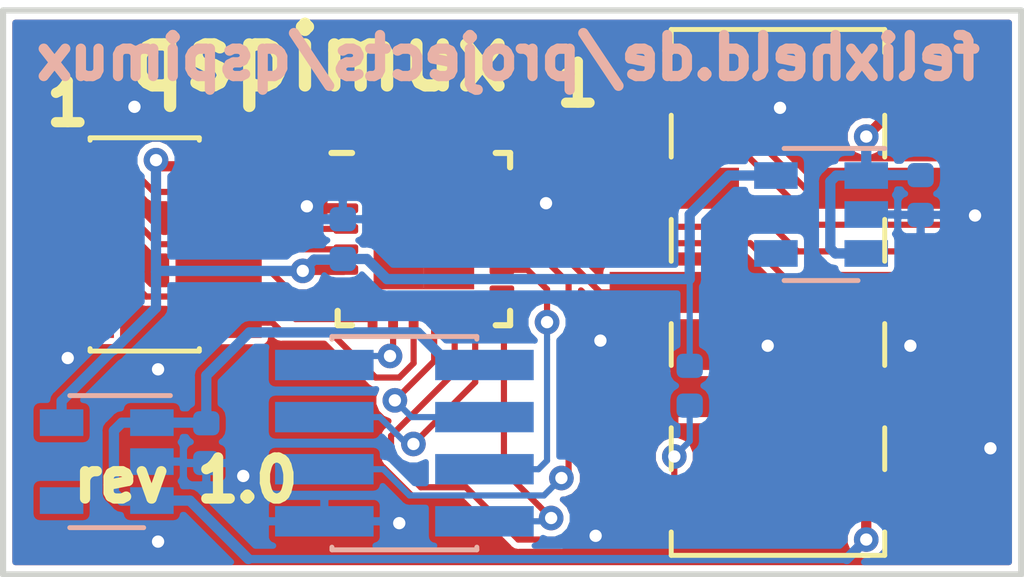
<source format=kicad_pcb>
(kicad_pcb (version 20171130) (host pcbnew "(5.0.0-rc3-dev-2-g101b68b)")

  (general
    (thickness 1.6)
    (drawings 9)
    (tracks 224)
    (zones 0)
    (modules 10)
    (nets 24)
  )

  (page A4)
  (layers
    (0 F.Cu signal)
    (31 B.Cu signal)
    (32 B.Adhes user)
    (33 F.Adhes user)
    (34 B.Paste user)
    (35 F.Paste user)
    (36 B.SilkS user)
    (37 F.SilkS user)
    (38 B.Mask user)
    (39 F.Mask user)
    (40 Dwgs.User user)
    (41 Cmts.User user)
    (42 Eco1.User user)
    (43 Eco2.User user)
    (44 Edge.Cuts user)
    (45 Margin user)
    (46 B.CrtYd user)
    (47 F.CrtYd user)
    (48 B.Fab user hide)
    (49 F.Fab user hide)
  )

  (setup
    (last_trace_width 0.15)
    (trace_clearance 0.15)
    (zone_clearance 0.15)
    (zone_45_only no)
    (trace_min 0.15)
    (segment_width 0.2)
    (edge_width 0.15)
    (via_size 0.6)
    (via_drill 0.3)
    (via_min_size 0.4)
    (via_min_drill 0.3)
    (uvia_size 0.3)
    (uvia_drill 0.1)
    (uvias_allowed no)
    (uvia_min_size 0.2)
    (uvia_min_drill 0.1)
    (pcb_text_width 0.3)
    (pcb_text_size 1.5 1.5)
    (mod_edge_width 0.15)
    (mod_text_size 1 1)
    (mod_text_width 0.15)
    (pad_size 1.225 1.225)
    (pad_drill 0)
    (pad_to_mask_clearance 0.1)
    (aux_axis_origin 0 0)
    (visible_elements FFFFFF7F)
    (pcbplotparams
      (layerselection 0x010fc_ffffffff)
      (usegerberextensions false)
      (usegerberattributes false)
      (usegerberadvancedattributes false)
      (creategerberjobfile false)
      (excludeedgelayer true)
      (linewidth 0.100000)
      (plotframeref false)
      (viasonmask false)
      (mode 1)
      (useauxorigin false)
      (hpglpennumber 1)
      (hpglpenspeed 20)
      (hpglpendiameter 15.000000)
      (psnegative false)
      (psa4output false)
      (plotreference true)
      (plotvalue true)
      (plotinvisibletext false)
      (padsonsilk false)
      (subtractmaskfromsilk false)
      (outputformat 1)
      (mirror false)
      (drillshape 1)
      (scaleselection 1)
      (outputdirectory ""))
  )

  (net 0 "")
  (net 1 GND)
  (net 2 /~CS_PROG)
  (net 3 /IO1_DO_PROG)
  (net 4 /IO3_~HOLD_PROG)
  (net 5 /IO2_~WP_PROG)
  (net 6 /CLK_PROG)
  (net 7 /IO0_DI_PROG)
  (net 8 /MUX_SEL)
  (net 9 /VCC_BOARD)
  (net 10 /~CS_FLASH)
  (net 11 /VCC_FLASH)
  (net 12 /IO0_DO_FLASH)
  (net 13 /IO3_~HOLD_FLASH)
  (net 14 /IO2_~WP_FLASH)
  (net 15 /CLK_FLASH)
  (net 16 /IO0_DI_FLASH)
  (net 17 /~CS_BOARD)
  (net 18 /IO0_DO_BOARD)
  (net 19 /IO3_~HOLD_BOARD)
  (net 20 /IO2_~WP_BOARD)
  (net 21 /CLK_BOARD)
  (net 22 /IO0_DI_BOARD)
  (net 23 /VCC_PROG)

  (net_class Default "This is the default net class."
    (clearance 0.15)
    (trace_width 0.15)
    (via_dia 0.6)
    (via_drill 0.3)
    (uvia_dia 0.3)
    (uvia_drill 0.1)
    (add_net /CLK_BOARD)
    (add_net /CLK_FLASH)
    (add_net /CLK_PROG)
    (add_net /IO0_DI_BOARD)
    (add_net /IO0_DI_FLASH)
    (add_net /IO0_DI_PROG)
    (add_net /IO0_DO_BOARD)
    (add_net /IO0_DO_FLASH)
    (add_net /IO1_DO_PROG)
    (add_net /IO2_~WP_BOARD)
    (add_net /IO2_~WP_FLASH)
    (add_net /IO2_~WP_PROG)
    (add_net /IO3_~HOLD_BOARD)
    (add_net /IO3_~HOLD_FLASH)
    (add_net /IO3_~HOLD_PROG)
    (add_net /MUX_SEL)
    (add_net /~CS_BOARD)
    (add_net /~CS_FLASH)
    (add_net /~CS_PROG)
  )

  (net_class power ""
    (clearance 0.15)
    (trace_width 0.25)
    (via_dia 0.6)
    (via_drill 0.3)
    (uvia_dia 0.3)
    (uvia_drill 0.1)
    (add_net /VCC_BOARD)
    (add_net /VCC_FLASH)
    (add_net /VCC_PROG)
    (add_net GND)
  )

  (module Package_DFN_QFN:QFN-24_1EP_3.9x3.9mm_Pitch0.5mm (layer F.Cu) (tedit 5B7CC604) (tstamp 5B4D3089)
    (at 101.05 91.8)
    (path /5B4D25B2)
    (attr smd)
    (fp_text reference U101 (at 0 -3.2) (layer F.Fab)
      (effects (font (size 1 1) (thickness 0.15)))
    )
    (fp_text value TS3A27518ERTWR (at 0 3.2) (layer F.Fab)
      (effects (font (size 1 1) (thickness 0.15)))
    )
    (fp_line (start -2.5 2.5) (end -2.5 -2.5) (layer F.CrtYd) (width 0.05))
    (fp_line (start 2.5 2.5) (end -2.5 2.5) (layer F.CrtYd) (width 0.05))
    (fp_line (start 2.5 -2.5) (end 2.5 2.5) (layer F.CrtYd) (width 0.05))
    (fp_line (start -2.5 -2.5) (end 2.5 -2.5) (layer F.CrtYd) (width 0.05))
    (fp_line (start -1.75 -2.1) (end -2.25 -2.1) (layer F.SilkS) (width 0.15))
    (fp_line (start -2.1 2.1) (end -2.1 1.75) (layer F.SilkS) (width 0.15))
    (fp_line (start -1.75 2.1) (end -2.1 2.1) (layer F.SilkS) (width 0.15))
    (fp_line (start 2.1 2.1) (end 2.1 1.75) (layer F.SilkS) (width 0.15))
    (fp_line (start 1.75 2.1) (end 2.1 2.1) (layer F.SilkS) (width 0.15))
    (fp_line (start 2.1 -2.1) (end 2.1 -1.75) (layer F.SilkS) (width 0.15))
    (fp_line (start 1.75 -2.1) (end 2.1 -2.1) (layer F.SilkS) (width 0.15))
    (fp_line (start 1.95 -1.95) (end -0.95 -1.95) (layer F.Fab) (width 0.15))
    (fp_line (start 1.95 1.95) (end 1.95 -1.95) (layer F.Fab) (width 0.15))
    (fp_line (start -1.95 1.95) (end 1.95 1.95) (layer F.Fab) (width 0.15))
    (fp_line (start -1.95 -0.95) (end -1.95 1.95) (layer F.Fab) (width 0.15))
    (fp_line (start -0.95 -1.95) (end -1.95 -0.95) (layer F.Fab) (width 0.15))
    (pad 25 smd rect (at 0.6125 0.6125) (size 1.225 1.225) (layers F.Cu F.Paste F.Mask)
      (solder_paste_margin -0.1))
    (pad 25 smd rect (at 0.6125 -0.6125) (size 1.225 1.225) (layers F.Cu F.Paste F.Mask)
      (solder_paste_margin -0.1))
    (pad 25 smd rect (at -0.6125 0.6125) (size 1.225 1.225) (layers F.Cu F.Paste F.Mask)
      (solder_paste_margin -0.1))
    (pad 25 smd rect (at -0.6125 -0.6125) (size 1.225 1.225) (layers F.Cu F.Paste F.Mask)
      (solder_paste_margin -0.1))
    (pad 24 smd roundrect (at -1.25 -1.9) (size 0.24 0.6) (layers F.Cu F.Paste F.Mask) (roundrect_rratio 0.25))
    (pad 23 smd roundrect (at -0.75 -1.9) (size 0.24 0.6) (layers F.Cu F.Paste F.Mask) (roundrect_rratio 0.25)
      (net 2 /~CS_PROG))
    (pad 22 smd roundrect (at -0.25 -1.9) (size 0.24 0.6) (layers F.Cu F.Paste F.Mask) (roundrect_rratio 0.25)
      (net 4 /IO3_~HOLD_PROG))
    (pad 21 smd roundrect (at 0.25 -1.9) (size 0.24 0.6) (layers F.Cu F.Paste F.Mask) (roundrect_rratio 0.25)
      (net 8 /MUX_SEL))
    (pad 20 smd roundrect (at 0.75 -1.9) (size 0.24 0.6) (layers F.Cu F.Paste F.Mask) (roundrect_rratio 0.25)
      (net 3 /IO1_DO_PROG))
    (pad 19 smd roundrect (at 1.25 -1.9) (size 0.24 0.6) (layers F.Cu F.Paste F.Mask) (roundrect_rratio 0.25)
      (net 7 /IO0_DI_PROG))
    (pad 18 smd roundrect (at 1.9 -1.25 90) (size 0.24 0.6) (layers F.Cu F.Paste F.Mask) (roundrect_rratio 0.25)
      (net 6 /CLK_PROG))
    (pad 17 smd roundrect (at 1.9 -0.75 90) (size 0.24 0.6) (layers F.Cu F.Paste F.Mask) (roundrect_rratio 0.25)
      (net 1 GND))
    (pad 16 smd roundrect (at 1.9 -0.25 90) (size 0.24 0.6) (layers F.Cu F.Paste F.Mask) (roundrect_rratio 0.25)
      (net 5 /IO2_~WP_PROG))
    (pad 15 smd roundrect (at 1.9 0.25 90) (size 0.24 0.6) (layers F.Cu F.Paste F.Mask) (roundrect_rratio 0.25)
      (net 20 /IO2_~WP_BOARD))
    (pad 14 smd roundrect (at 1.9 0.75 90) (size 0.24 0.6) (layers F.Cu F.Paste F.Mask) (roundrect_rratio 0.25)
      (net 21 /CLK_BOARD))
    (pad 13 smd roundrect (at 1.9 1.25 90) (size 0.24 0.6) (layers F.Cu F.Paste F.Mask) (roundrect_rratio 0.25)
      (net 22 /IO0_DI_BOARD))
    (pad 12 smd roundrect (at 1.25 1.9) (size 0.24 0.6) (layers F.Cu F.Paste F.Mask) (roundrect_rratio 0.25)
      (net 18 /IO0_DO_BOARD))
    (pad 11 smd roundrect (at 0.75 1.9) (size 0.24 0.6) (layers F.Cu F.Paste F.Mask) (roundrect_rratio 0.25)
      (net 8 /MUX_SEL))
    (pad 10 smd roundrect (at 0.25 1.9) (size 0.24 0.6) (layers F.Cu F.Paste F.Mask) (roundrect_rratio 0.25)
      (net 19 /IO3_~HOLD_BOARD))
    (pad 9 smd roundrect (at -0.25 1.9) (size 0.24 0.6) (layers F.Cu F.Paste F.Mask) (roundrect_rratio 0.25)
      (net 16 /IO0_DI_FLASH))
    (pad 8 smd roundrect (at -0.75 1.9) (size 0.24 0.6) (layers F.Cu F.Paste F.Mask) (roundrect_rratio 0.25)
      (net 17 /~CS_BOARD))
    (pad 7 smd roundrect (at -1.25 1.9) (size 0.24 0.6) (layers F.Cu F.Paste F.Mask) (roundrect_rratio 0.25)
      (net 14 /IO2_~WP_FLASH))
    (pad 6 smd roundrect (at -1.9 1.25 90) (size 0.24 0.6) (layers F.Cu F.Paste F.Mask) (roundrect_rratio 0.25)
      (net 15 /CLK_FLASH))
    (pad 5 smd roundrect (at -1.9 0.75 90) (size 0.24 0.6) (layers F.Cu F.Paste F.Mask) (roundrect_rratio 0.25)
      (net 11 /VCC_FLASH))
    (pad 4 smd roundrect (at -1.9 0.25 90) (size 0.24 0.6) (layers F.Cu F.Paste F.Mask) (roundrect_rratio 0.25)
      (net 12 /IO0_DO_FLASH))
    (pad 3 smd roundrect (at -1.9 -0.25 90) (size 0.24 0.6) (layers F.Cu F.Paste F.Mask) (roundrect_rratio 0.25)
      (net 13 /IO3_~HOLD_FLASH))
    (pad 2 smd roundrect (at -1.9 -0.75 90) (size 0.24 0.6) (layers F.Cu F.Paste F.Mask) (roundrect_rratio 0.25)
      (net 1 GND))
    (pad 1 smd roundrect (at -1.9 -1.25 90) (size 0.24 0.6) (layers F.Cu F.Paste F.Mask) (roundrect_rratio 0.25)
      (net 10 /~CS_FLASH))
  )

  (module Connector_PinHeader_2.54mm:PinHeader_2x05_P2.54mm_Vertical_SMD (layer F.Cu) (tedit 5B7C63EB) (tstamp 5B636944)
    (at 109.675 93.1)
    (descr "surface-mounted straight pin header, 2x05, 2.54mm pitch, double rows")
    (tags "Surface mounted pin header SMD 2x05 2.54mm double row")
    (path /5B606BDA)
    (attr smd)
    (fp_text reference J101 (at 0 -7.41) (layer F.Fab)
      (effects (font (size 1 1) (thickness 0.15)))
    )
    (fp_text value Conn_02x05_Odd_Even (at 0 7.41) (layer F.Fab)
      (effects (font (size 1 1) (thickness 0.15)))
    )
    (fp_line (start 2.54 6.35) (end -2.54 6.35) (layer F.Fab) (width 0.1))
    (fp_line (start -1.59 -6.35) (end 2.54 -6.35) (layer F.Fab) (width 0.1))
    (fp_line (start -2.54 6.35) (end -2.54 -5.4) (layer F.Fab) (width 0.1))
    (fp_line (start -2.54 -5.4) (end -1.59 -6.35) (layer F.Fab) (width 0.1))
    (fp_line (start 2.54 -6.35) (end 2.54 6.35) (layer F.Fab) (width 0.1))
    (fp_line (start -2.54 -5.4) (end -3.6 -5.4) (layer F.Fab) (width 0.1))
    (fp_line (start -3.6 -5.4) (end -3.6 -4.76) (layer F.Fab) (width 0.1))
    (fp_line (start -3.6 -4.76) (end -2.54 -4.76) (layer F.Fab) (width 0.1))
    (fp_line (start 2.54 -5.4) (end 3.6 -5.4) (layer F.Fab) (width 0.1))
    (fp_line (start 3.6 -5.4) (end 3.6 -4.76) (layer F.Fab) (width 0.1))
    (fp_line (start 3.6 -4.76) (end 2.54 -4.76) (layer F.Fab) (width 0.1))
    (fp_line (start -2.54 -2.86) (end -3.6 -2.86) (layer F.Fab) (width 0.1))
    (fp_line (start -3.6 -2.86) (end -3.6 -2.22) (layer F.Fab) (width 0.1))
    (fp_line (start -3.6 -2.22) (end -2.54 -2.22) (layer F.Fab) (width 0.1))
    (fp_line (start 2.54 -2.86) (end 3.6 -2.86) (layer F.Fab) (width 0.1))
    (fp_line (start 3.6 -2.86) (end 3.6 -2.22) (layer F.Fab) (width 0.1))
    (fp_line (start 3.6 -2.22) (end 2.54 -2.22) (layer F.Fab) (width 0.1))
    (fp_line (start -2.54 -0.32) (end -3.6 -0.32) (layer F.Fab) (width 0.1))
    (fp_line (start -3.6 -0.32) (end -3.6 0.32) (layer F.Fab) (width 0.1))
    (fp_line (start -3.6 0.32) (end -2.54 0.32) (layer F.Fab) (width 0.1))
    (fp_line (start 2.54 -0.32) (end 3.6 -0.32) (layer F.Fab) (width 0.1))
    (fp_line (start 3.6 -0.32) (end 3.6 0.32) (layer F.Fab) (width 0.1))
    (fp_line (start 3.6 0.32) (end 2.54 0.32) (layer F.Fab) (width 0.1))
    (fp_line (start -2.54 2.22) (end -3.6 2.22) (layer F.Fab) (width 0.1))
    (fp_line (start -3.6 2.22) (end -3.6 2.86) (layer F.Fab) (width 0.1))
    (fp_line (start -3.6 2.86) (end -2.54 2.86) (layer F.Fab) (width 0.1))
    (fp_line (start 2.54 2.22) (end 3.6 2.22) (layer F.Fab) (width 0.1))
    (fp_line (start 3.6 2.22) (end 3.6 2.86) (layer F.Fab) (width 0.1))
    (fp_line (start 3.6 2.86) (end 2.54 2.86) (layer F.Fab) (width 0.1))
    (fp_line (start -2.54 4.76) (end -3.6 4.76) (layer F.Fab) (width 0.1))
    (fp_line (start -3.6 4.76) (end -3.6 5.4) (layer F.Fab) (width 0.1))
    (fp_line (start -3.6 5.4) (end -2.54 5.4) (layer F.Fab) (width 0.1))
    (fp_line (start 2.54 4.76) (end 3.6 4.76) (layer F.Fab) (width 0.1))
    (fp_line (start 3.6 4.76) (end 3.6 5.4) (layer F.Fab) (width 0.1))
    (fp_line (start 3.6 5.4) (end 2.54 5.4) (layer F.Fab) (width 0.1))
    (fp_line (start -2.6 -6.41) (end 2.6 -6.41) (layer F.SilkS) (width 0.12))
    (fp_line (start -2.6 6.41) (end 2.6 6.41) (layer F.SilkS) (width 0.12))
    (fp_line (start -2.6 -6.41) (end -2.6 -5.84) (layer F.SilkS) (width 0.12))
    (fp_line (start 2.6 -6.41) (end 2.6 -5.84) (layer F.SilkS) (width 0.12))
    (fp_line (start -2.6 5.84) (end -2.6 6.41) (layer F.SilkS) (width 0.12))
    (fp_line (start 2.6 5.84) (end 2.6 6.41) (layer F.SilkS) (width 0.12))
    (fp_line (start -2.6 -4.32) (end -2.6 -3.3) (layer F.SilkS) (width 0.12))
    (fp_line (start 2.6 -4.32) (end 2.6 -3.3) (layer F.SilkS) (width 0.12))
    (fp_line (start -2.6 -1.78) (end -2.6 -0.76) (layer F.SilkS) (width 0.12))
    (fp_line (start 2.6 -1.78) (end 2.6 -0.76) (layer F.SilkS) (width 0.12))
    (fp_line (start -2.6 0.76) (end -2.6 1.78) (layer F.SilkS) (width 0.12))
    (fp_line (start 2.6 0.76) (end 2.6 1.78) (layer F.SilkS) (width 0.12))
    (fp_line (start -2.6 3.3) (end -2.6 4.32) (layer F.SilkS) (width 0.12))
    (fp_line (start 2.6 3.3) (end 2.6 4.32) (layer F.SilkS) (width 0.12))
    (fp_line (start -5.9 -6.85) (end -5.9 6.85) (layer F.CrtYd) (width 0.05))
    (fp_line (start -5.9 6.85) (end 5.9 6.85) (layer F.CrtYd) (width 0.05))
    (fp_line (start 5.9 6.85) (end 5.9 -6.85) (layer F.CrtYd) (width 0.05))
    (fp_line (start 5.9 -6.85) (end -5.9 -6.85) (layer F.CrtYd) (width 0.05))
    (fp_text user %R (at 0 0 90) (layer F.Fab)
      (effects (font (size 1 1) (thickness 0.15)))
    )
    (pad 1 smd rect (at -2.525 -5.08) (size 3.15 1) (layers F.Cu F.Paste F.Mask)
      (net 2 /~CS_PROG))
    (pad 2 smd rect (at 2.525 -5.08) (size 3.15 1) (layers F.Cu F.Paste F.Mask)
      (net 23 /VCC_PROG))
    (pad 3 smd rect (at -2.525 -2.54) (size 3.15 1) (layers F.Cu F.Paste F.Mask)
      (net 3 /IO1_DO_PROG))
    (pad 4 smd rect (at 2.525 -2.54) (size 3.15 1) (layers F.Cu F.Paste F.Mask)
      (net 4 /IO3_~HOLD_PROG))
    (pad 5 smd rect (at -2.525 0) (size 3.15 1) (layers F.Cu F.Paste F.Mask)
      (net 5 /IO2_~WP_PROG))
    (pad 6 smd rect (at 2.525 0) (size 3.15 1) (layers F.Cu F.Paste F.Mask)
      (net 6 /CLK_PROG))
    (pad 7 smd rect (at -2.525 2.54) (size 3.15 1) (layers F.Cu F.Paste F.Mask)
      (net 1 GND))
    (pad 8 smd rect (at 2.525 2.54) (size 3.15 1) (layers F.Cu F.Paste F.Mask)
      (net 7 /IO0_DI_PROG))
    (pad 9 smd rect (at -2.525 5.08) (size 3.15 1) (layers F.Cu F.Paste F.Mask)
      (net 8 /MUX_SEL))
    (pad 10 smd rect (at 2.525 5.08) (size 3.15 1) (layers F.Cu F.Paste F.Mask)
      (net 9 /VCC_BOARD))
    (model ${KISYS3DMOD}/Connector_PinHeader_2.54mm.3dshapes/PinHeader_2x05_P2.54mm_Vertical_SMD.wrl
      (at (xyz 0 0 0))
      (scale (xyz 1 1 1))
      (rotate (xyz 0 0 0))
    )
  )

  (module Connector_PinHeader_1.27mm:PinHeader_2x04_P1.27mm_Vertical_SMD (layer B.Cu) (tedit 5B7C63DB) (tstamp 5B636979)
    (at 100.575 96.775 180)
    (descr "surface-mounted straight pin header, 2x04, 1.27mm pitch, double rows")
    (tags "Surface mounted pin header SMD 2x04 1.27mm double row")
    (path /5B60D7DE)
    (attr smd)
    (fp_text reference J103 (at 0 3.6 180) (layer B.Fab)
      (effects (font (size 1 1) (thickness 0.15)) (justify mirror))
    )
    (fp_text value Conn_02x04_Odd_Even (at 0 -3.6 180) (layer B.Fab)
      (effects (font (size 1 1) (thickness 0.15)) (justify mirror))
    )
    (fp_line (start 1.705 -2.54) (end -1.705 -2.54) (layer B.Fab) (width 0.1))
    (fp_line (start -1.27 2.54) (end 1.705 2.54) (layer B.Fab) (width 0.1))
    (fp_line (start -1.705 -2.54) (end -1.705 2.105) (layer B.Fab) (width 0.1))
    (fp_line (start -1.705 2.105) (end -1.27 2.54) (layer B.Fab) (width 0.1))
    (fp_line (start 1.705 2.54) (end 1.705 -2.54) (layer B.Fab) (width 0.1))
    (fp_line (start -1.705 2.105) (end -2.75 2.105) (layer B.Fab) (width 0.1))
    (fp_line (start -2.75 2.105) (end -2.75 1.705) (layer B.Fab) (width 0.1))
    (fp_line (start -2.75 1.705) (end -1.705 1.705) (layer B.Fab) (width 0.1))
    (fp_line (start 1.705 2.105) (end 2.75 2.105) (layer B.Fab) (width 0.1))
    (fp_line (start 2.75 2.105) (end 2.75 1.705) (layer B.Fab) (width 0.1))
    (fp_line (start 2.75 1.705) (end 1.705 1.705) (layer B.Fab) (width 0.1))
    (fp_line (start -1.705 0.835) (end -2.75 0.835) (layer B.Fab) (width 0.1))
    (fp_line (start -2.75 0.835) (end -2.75 0.435) (layer B.Fab) (width 0.1))
    (fp_line (start -2.75 0.435) (end -1.705 0.435) (layer B.Fab) (width 0.1))
    (fp_line (start 1.705 0.835) (end 2.75 0.835) (layer B.Fab) (width 0.1))
    (fp_line (start 2.75 0.835) (end 2.75 0.435) (layer B.Fab) (width 0.1))
    (fp_line (start 2.75 0.435) (end 1.705 0.435) (layer B.Fab) (width 0.1))
    (fp_line (start -1.705 -0.435) (end -2.75 -0.435) (layer B.Fab) (width 0.1))
    (fp_line (start -2.75 -0.435) (end -2.75 -0.835) (layer B.Fab) (width 0.1))
    (fp_line (start -2.75 -0.835) (end -1.705 -0.835) (layer B.Fab) (width 0.1))
    (fp_line (start 1.705 -0.435) (end 2.75 -0.435) (layer B.Fab) (width 0.1))
    (fp_line (start 2.75 -0.435) (end 2.75 -0.835) (layer B.Fab) (width 0.1))
    (fp_line (start 2.75 -0.835) (end 1.705 -0.835) (layer B.Fab) (width 0.1))
    (fp_line (start -1.705 -1.705) (end -2.75 -1.705) (layer B.Fab) (width 0.1))
    (fp_line (start -2.75 -1.705) (end -2.75 -2.105) (layer B.Fab) (width 0.1))
    (fp_line (start -2.75 -2.105) (end -1.705 -2.105) (layer B.Fab) (width 0.1))
    (fp_line (start 1.705 -1.705) (end 2.75 -1.705) (layer B.Fab) (width 0.1))
    (fp_line (start 2.75 -1.705) (end 2.75 -2.105) (layer B.Fab) (width 0.1))
    (fp_line (start 2.75 -2.105) (end 1.705 -2.105) (layer B.Fab) (width 0.1))
    (fp_line (start -1.765 2.6) (end 1.765 2.6) (layer B.SilkS) (width 0.12))
    (fp_line (start -1.765 -2.6) (end 1.765 -2.6) (layer B.SilkS) (width 0.12))
    (fp_line (start -1.765 2.6) (end -1.765 2.535) (layer B.SilkS) (width 0.12))
    (fp_line (start 1.765 2.6) (end 1.765 2.535) (layer B.SilkS) (width 0.12))
    (fp_line (start -1.765 -2.535) (end -1.765 -2.6) (layer B.SilkS) (width 0.12))
    (fp_line (start 1.765 -2.535) (end 1.765 -2.6) (layer B.SilkS) (width 0.12))
    (fp_line (start -4.3 3.05) (end -4.3 -3.05) (layer B.CrtYd) (width 0.05))
    (fp_line (start -4.3 -3.05) (end 4.3 -3.05) (layer B.CrtYd) (width 0.05))
    (fp_line (start 4.3 -3.05) (end 4.3 3.05) (layer B.CrtYd) (width 0.05))
    (fp_line (start 4.3 3.05) (end -4.3 3.05) (layer B.CrtYd) (width 0.05))
    (fp_text user %R (at 0 0 90) (layer B.Fab)
      (effects (font (size 1 1) (thickness 0.15)) (justify mirror))
    )
    (pad 1 smd rect (at -1.95 1.905 180) (size 2.4 0.74) (layers B.Cu B.Paste B.Mask)
      (net 9 /VCC_BOARD))
    (pad 2 smd rect (at 1.95 1.905 180) (size 2.4 0.74) (layers B.Cu B.Paste B.Mask)
      (net 17 /~CS_BOARD))
    (pad 3 smd rect (at -1.95 0.635 180) (size 2.4 0.74) (layers B.Cu B.Paste B.Mask)
      (net 19 /IO3_~HOLD_BOARD))
    (pad 4 smd rect (at 1.95 0.635 180) (size 2.4 0.74) (layers B.Cu B.Paste B.Mask)
      (net 18 /IO0_DO_BOARD))
    (pad 5 smd rect (at -1.95 -0.635 180) (size 2.4 0.74) (layers B.Cu B.Paste B.Mask)
      (net 21 /CLK_BOARD))
    (pad 6 smd rect (at 1.95 -0.635 180) (size 2.4 0.74) (layers B.Cu B.Paste B.Mask)
      (net 20 /IO2_~WP_BOARD))
    (pad 7 smd rect (at -1.95 -1.905 180) (size 2.4 0.74) (layers B.Cu B.Paste B.Mask)
      (net 22 /IO0_DI_BOARD))
    (pad 8 smd rect (at 1.95 -1.905 180) (size 2.4 0.74) (layers B.Cu B.Paste B.Mask)
      (net 1 GND))
    (model ${KISYS3DMOD}/Connector_PinHeader_1.27mm.3dshapes/PinHeader_2x04_P1.27mm_Vertical_SMD.wrl
      (at (xyz 0 0 0))
      (scale (xyz 1 1 1))
      (rotate (xyz 0 0 0))
    )
  )

  (module Connector_PinSocket_1.27mm:PinSocket_2x04_P1.27mm_Vertical_SMD (layer F.Cu) (tedit 5B7C63C1) (tstamp 5B6368FF)
    (at 94.25 91.93)
    (descr "surface-mounted straight socket strip, 2x04, 1.27mm pitch, double cols (from Kicad 4.0.7!), script generated")
    (tags "Surface mounted socket strip SMD 2x04 1.27mm double row")
    (path /5B60D78F)
    (attr smd)
    (fp_text reference J102 (at 0 -4.04) (layer F.Fab)
      (effects (font (size 1 1) (thickness 0.15)))
    )
    (fp_text value Conn_02x04_Odd_Even (at 0 4.04) (layer F.Fab)
      (effects (font (size 1 1) (thickness 0.15)))
    )
    (fp_line (start -1.33 -2.6) (end 1.33 -2.6) (layer F.SilkS) (width 0.12))
    (fp_line (start 1.33 -2.6) (end 1.33 -2.54) (layer F.SilkS) (width 0.12))
    (fp_line (start 1.33 2.54) (end 1.33 2.6) (layer F.SilkS) (width 0.12))
    (fp_line (start -1.33 2.6) (end 1.33 2.6) (layer F.SilkS) (width 0.12))
    (fp_line (start -1.33 -2.6) (end -1.33 -2.54) (layer F.SilkS) (width 0.12))
    (fp_line (start -1.33 2.54) (end -1.33 2.6) (layer F.SilkS) (width 0.12))
    (fp_line (start -1.27 -2.54) (end 0.635 -2.54) (layer F.Fab) (width 0.1))
    (fp_line (start 0.635 -2.54) (end 1.27 -1.905) (layer F.Fab) (width 0.1))
    (fp_line (start 1.27 -1.905) (end 1.27 2.54) (layer F.Fab) (width 0.1))
    (fp_line (start 1.27 2.54) (end -1.27 2.54) (layer F.Fab) (width 0.1))
    (fp_line (start -1.27 2.54) (end -1.27 -2.54) (layer F.Fab) (width 0.1))
    (fp_line (start -2.555 -2.105) (end -1.27 -2.105) (layer F.Fab) (width 0.1))
    (fp_line (start -1.27 -1.705) (end -2.555 -1.705) (layer F.Fab) (width 0.1))
    (fp_line (start -2.555 -1.705) (end -2.555 -2.105) (layer F.Fab) (width 0.1))
    (fp_line (start 1.27 -2.105) (end 2.555 -2.105) (layer F.Fab) (width 0.1))
    (fp_line (start 2.555 -2.105) (end 2.555 -1.705) (layer F.Fab) (width 0.1))
    (fp_line (start 2.555 -1.705) (end 1.27 -1.705) (layer F.Fab) (width 0.1))
    (fp_line (start -2.555 -0.835) (end -1.27 -0.835) (layer F.Fab) (width 0.1))
    (fp_line (start -1.27 -0.435) (end -2.555 -0.435) (layer F.Fab) (width 0.1))
    (fp_line (start -2.555 -0.435) (end -2.555 -0.835) (layer F.Fab) (width 0.1))
    (fp_line (start 1.27 -0.835) (end 2.555 -0.835) (layer F.Fab) (width 0.1))
    (fp_line (start 2.555 -0.835) (end 2.555 -0.435) (layer F.Fab) (width 0.1))
    (fp_line (start 2.555 -0.435) (end 1.27 -0.435) (layer F.Fab) (width 0.1))
    (fp_line (start -2.555 0.435) (end -1.27 0.435) (layer F.Fab) (width 0.1))
    (fp_line (start -1.27 0.835) (end -2.555 0.835) (layer F.Fab) (width 0.1))
    (fp_line (start -2.555 0.835) (end -2.555 0.435) (layer F.Fab) (width 0.1))
    (fp_line (start 1.27 0.435) (end 2.555 0.435) (layer F.Fab) (width 0.1))
    (fp_line (start 2.555 0.435) (end 2.555 0.835) (layer F.Fab) (width 0.1))
    (fp_line (start 2.555 0.835) (end 1.27 0.835) (layer F.Fab) (width 0.1))
    (fp_line (start -2.555 1.705) (end -1.27 1.705) (layer F.Fab) (width 0.1))
    (fp_line (start -1.27 2.105) (end -2.555 2.105) (layer F.Fab) (width 0.1))
    (fp_line (start -2.555 2.105) (end -2.555 1.705) (layer F.Fab) (width 0.1))
    (fp_line (start 1.27 1.705) (end 2.555 1.705) (layer F.Fab) (width 0.1))
    (fp_line (start 2.555 1.705) (end 2.555 2.105) (layer F.Fab) (width 0.1))
    (fp_line (start 2.555 2.105) (end 1.27 2.105) (layer F.Fab) (width 0.1))
    (fp_line (start -3.35 -3.05) (end 3.35 -3.05) (layer F.CrtYd) (width 0.05))
    (fp_line (start 3.35 -3.05) (end 3.35 3.05) (layer F.CrtYd) (width 0.05))
    (fp_line (start 3.35 3.05) (end -3.35 3.05) (layer F.CrtYd) (width 0.05))
    (fp_line (start -3.35 3.05) (end -3.35 -3.05) (layer F.CrtYd) (width 0.05))
    (fp_text user %R (at 0 0 90) (layer F.Fab)
      (effects (font (size 1 1) (thickness 0.15)))
    )
    (pad 1 smd rect (at 1.8 -1.905) (size 2.1 0.75) (layers F.Cu F.Paste F.Mask)
      (net 11 /VCC_FLASH))
    (pad 2 smd rect (at -1.8 -1.905) (size 2.1 0.75) (layers F.Cu F.Paste F.Mask)
      (net 10 /~CS_FLASH))
    (pad 3 smd rect (at 1.8 -0.635) (size 2.1 0.75) (layers F.Cu F.Paste F.Mask)
      (net 13 /IO3_~HOLD_FLASH))
    (pad 4 smd rect (at -1.8 -0.635) (size 2.1 0.75) (layers F.Cu F.Paste F.Mask)
      (net 12 /IO0_DO_FLASH))
    (pad 5 smd rect (at 1.8 0.635) (size 2.1 0.75) (layers F.Cu F.Paste F.Mask)
      (net 15 /CLK_FLASH))
    (pad 6 smd rect (at -1.8 0.635) (size 2.1 0.75) (layers F.Cu F.Paste F.Mask)
      (net 14 /IO2_~WP_FLASH))
    (pad 7 smd rect (at 1.8 1.905) (size 2.1 0.75) (layers F.Cu F.Paste F.Mask)
      (net 16 /IO0_DI_FLASH))
    (pad 8 smd rect (at -1.8 1.905) (size 2.1 0.75) (layers F.Cu F.Paste F.Mask)
      (net 1 GND))
    (model ${KISYS3DMOD}/Connector_PinSocket_1.27mm.3dshapes/PinSocket_2x04_P1.27mm_Vertical_SMD.wrl
      (at (xyz 0 0 0))
      (scale (xyz 1 1 1))
      (rotate (xyz 0 0 0))
    )
  )

  (module Resistor_SMD:R_0402_1005Metric (layer B.Cu) (tedit 5B6B3511) (tstamp 5B6B2FB1)
    (at 107.525 95.375 270)
    (descr "Resistor SMD 0402 (1005 Metric), square (rectangular) end terminal, IPC_7351 nominal, (Body size source: http://www.tortai-tech.com/upload/download/2011102023233369053.pdf), generated with kicad-footprint-generator")
    (tags resistor)
    (path /5B6B5372)
    (attr smd)
    (fp_text reference R101 (at 0 1.17 270) (layer B.Fab)
      (effects (font (size 1 1) (thickness 0.15)) (justify mirror))
    )
    (fp_text value 4k7 (at 0 -1.17 270) (layer B.Fab)
      (effects (font (size 1 1) (thickness 0.15)) (justify mirror))
    )
    (fp_line (start -0.5 -0.25) (end -0.5 0.25) (layer B.Fab) (width 0.1))
    (fp_line (start -0.5 0.25) (end 0.5 0.25) (layer B.Fab) (width 0.1))
    (fp_line (start 0.5 0.25) (end 0.5 -0.25) (layer B.Fab) (width 0.1))
    (fp_line (start 0.5 -0.25) (end -0.5 -0.25) (layer B.Fab) (width 0.1))
    (fp_line (start -0.93 -0.47) (end -0.93 0.47) (layer B.CrtYd) (width 0.05))
    (fp_line (start -0.93 0.47) (end 0.93 0.47) (layer B.CrtYd) (width 0.05))
    (fp_line (start 0.93 0.47) (end 0.93 -0.47) (layer B.CrtYd) (width 0.05))
    (fp_line (start 0.93 -0.47) (end -0.93 -0.47) (layer B.CrtYd) (width 0.05))
    (fp_text user %R (at 0 0 270) (layer B.Fab)
      (effects (font (size 0.25 0.25) (thickness 0.04)) (justify mirror))
    )
    (pad 1 smd roundrect (at -0.485 0 270) (size 0.59 0.64) (layers B.Cu B.Paste B.Mask) (roundrect_rratio 0.25)
      (net 11 /VCC_FLASH))
    (pad 2 smd roundrect (at 0.485 0 270) (size 0.59 0.64) (layers B.Cu B.Paste B.Mask) (roundrect_rratio 0.25)
      (net 8 /MUX_SEL))
    (model ${KISYS3DMOD}/Resistor_SMD.3dshapes/R_0402_1005Metric.wrl
      (at (xyz 0 0 0))
      (scale (xyz 1 1 1))
      (rotate (xyz 0 0 0))
    )
  )

  (module Capacitor_SMD:C_0402_1005Metric (layer B.Cu) (tedit 5B6B3509) (tstamp 5B6B3BFF)
    (at 99.075 91.8 90)
    (descr "Capacitor SMD 0402 (1005 Metric), square (rectangular) end terminal, IPC_7351 nominal, (Body size source: http://www.tortai-tech.com/upload/download/2011102023233369053.pdf), generated with kicad-footprint-generator")
    (tags capacitor)
    (path /5B6EA565)
    (attr smd)
    (fp_text reference C101 (at 0 1.17 90) (layer B.Fab)
      (effects (font (size 1 1) (thickness 0.15)) (justify mirror))
    )
    (fp_text value 100n (at 0 -1.17 90) (layer B.Fab)
      (effects (font (size 1 1) (thickness 0.15)) (justify mirror))
    )
    (fp_line (start -0.5 -0.25) (end -0.5 0.25) (layer B.Fab) (width 0.1))
    (fp_line (start -0.5 0.25) (end 0.5 0.25) (layer B.Fab) (width 0.1))
    (fp_line (start 0.5 0.25) (end 0.5 -0.25) (layer B.Fab) (width 0.1))
    (fp_line (start 0.5 -0.25) (end -0.5 -0.25) (layer B.Fab) (width 0.1))
    (fp_line (start -0.93 -0.47) (end -0.93 0.47) (layer B.CrtYd) (width 0.05))
    (fp_line (start -0.93 0.47) (end 0.93 0.47) (layer B.CrtYd) (width 0.05))
    (fp_line (start 0.93 0.47) (end 0.93 -0.47) (layer B.CrtYd) (width 0.05))
    (fp_line (start 0.93 -0.47) (end -0.93 -0.47) (layer B.CrtYd) (width 0.05))
    (fp_text user %R (at 0 0 90) (layer B.Fab)
      (effects (font (size 0.25 0.25) (thickness 0.04)) (justify mirror))
    )
    (pad 1 smd roundrect (at -0.485 0 90) (size 0.59 0.64) (layers B.Cu B.Paste B.Mask) (roundrect_rratio 0.25)
      (net 11 /VCC_FLASH))
    (pad 2 smd roundrect (at 0.485 0 90) (size 0.59 0.64) (layers B.Cu B.Paste B.Mask) (roundrect_rratio 0.25)
      (net 1 GND))
    (model ${KISYS3DMOD}/Capacitor_SMD.3dshapes/C_0402_1005Metric.wrl
      (at (xyz 0 0 0))
      (scale (xyz 1 1 1))
      (rotate (xyz 0 0 0))
    )
  )

  (module Package_TO_SOT_SMD:SOT-23-5 (layer B.Cu) (tedit 5B77C24F) (tstamp 5B77B3AC)
    (at 93.325 97.225 180)
    (descr "5-pin SOT23 package")
    (tags SOT-23-5)
    (path /5B781CF7)
    (attr smd)
    (fp_text reference U102 (at 0 2.9 180) (layer B.Fab)
      (effects (font (size 1 1) (thickness 0.15)) (justify mirror))
    )
    (fp_text value MAX40200AUK (at 0 -2.9 180) (layer B.Fab)
      (effects (font (size 1 1) (thickness 0.15)) (justify mirror))
    )
    (fp_text user %R (at 0 0 90) (layer B.Fab)
      (effects (font (size 0.5 0.5) (thickness 0.075)) (justify mirror))
    )
    (fp_line (start -0.9 -1.61) (end 0.9 -1.61) (layer B.SilkS) (width 0.12))
    (fp_line (start 0.9 1.61) (end -1.55 1.61) (layer B.SilkS) (width 0.12))
    (fp_line (start -1.9 1.8) (end 1.9 1.8) (layer B.CrtYd) (width 0.05))
    (fp_line (start 1.9 1.8) (end 1.9 -1.8) (layer B.CrtYd) (width 0.05))
    (fp_line (start 1.9 -1.8) (end -1.9 -1.8) (layer B.CrtYd) (width 0.05))
    (fp_line (start -1.9 -1.8) (end -1.9 1.8) (layer B.CrtYd) (width 0.05))
    (fp_line (start -0.9 0.9) (end -0.25 1.55) (layer B.Fab) (width 0.1))
    (fp_line (start 0.9 1.55) (end -0.25 1.55) (layer B.Fab) (width 0.1))
    (fp_line (start -0.9 0.9) (end -0.9 -1.55) (layer B.Fab) (width 0.1))
    (fp_line (start 0.9 -1.55) (end -0.9 -1.55) (layer B.Fab) (width 0.1))
    (fp_line (start 0.9 1.55) (end 0.9 -1.55) (layer B.Fab) (width 0.1))
    (pad 1 smd rect (at -1.1 0.95 180) (size 1.06 0.65) (layers B.Cu B.Paste B.Mask)
      (net 9 /VCC_BOARD))
    (pad 2 smd rect (at -1.1 0 180) (size 1.06 0.65) (layers B.Cu B.Paste B.Mask)
      (net 1 GND))
    (pad 3 smd rect (at -1.1 -0.95 180) (size 1.06 0.65) (layers B.Cu B.Paste B.Mask)
      (net 9 /VCC_BOARD))
    (pad 4 smd rect (at 1.1 -0.95 180) (size 1.06 0.65) (layers B.Cu B.Paste B.Mask))
    (pad 5 smd rect (at 1.1 0.95 180) (size 1.06 0.65) (layers B.Cu B.Paste B.Mask)
      (net 11 /VCC_FLASH))
    (model ${KISYS3DMOD}/Package_TO_SOT_SMD.3dshapes/SOT-23-5.wrl
      (at (xyz 0 0 0))
      (scale (xyz 1 1 1))
      (rotate (xyz 0 0 0))
    )
  )

  (module Package_TO_SOT_SMD:SOT-23-5 (layer B.Cu) (tedit 5B77C255) (tstamp 5B77B3C1)
    (at 110.725 91.2 180)
    (descr "5-pin SOT23 package")
    (tags SOT-23-5)
    (path /5B781D59)
    (attr smd)
    (fp_text reference U103 (at 0 2.9 180) (layer B.Fab)
      (effects (font (size 1 1) (thickness 0.15)) (justify mirror))
    )
    (fp_text value MAX40200AUK (at 0 -2.9 180) (layer B.Fab)
      (effects (font (size 1 1) (thickness 0.15)) (justify mirror))
    )
    (fp_line (start 0.9 1.55) (end 0.9 -1.55) (layer B.Fab) (width 0.1))
    (fp_line (start 0.9 -1.55) (end -0.9 -1.55) (layer B.Fab) (width 0.1))
    (fp_line (start -0.9 0.9) (end -0.9 -1.55) (layer B.Fab) (width 0.1))
    (fp_line (start 0.9 1.55) (end -0.25 1.55) (layer B.Fab) (width 0.1))
    (fp_line (start -0.9 0.9) (end -0.25 1.55) (layer B.Fab) (width 0.1))
    (fp_line (start -1.9 -1.8) (end -1.9 1.8) (layer B.CrtYd) (width 0.05))
    (fp_line (start 1.9 -1.8) (end -1.9 -1.8) (layer B.CrtYd) (width 0.05))
    (fp_line (start 1.9 1.8) (end 1.9 -1.8) (layer B.CrtYd) (width 0.05))
    (fp_line (start -1.9 1.8) (end 1.9 1.8) (layer B.CrtYd) (width 0.05))
    (fp_line (start 0.9 1.61) (end -1.55 1.61) (layer B.SilkS) (width 0.12))
    (fp_line (start -0.9 -1.61) (end 0.9 -1.61) (layer B.SilkS) (width 0.12))
    (fp_text user %R (at 0 0 90) (layer B.Fab)
      (effects (font (size 0.5 0.5) (thickness 0.075)) (justify mirror))
    )
    (pad 5 smd rect (at 1.1 0.95 180) (size 1.06 0.65) (layers B.Cu B.Paste B.Mask)
      (net 11 /VCC_FLASH))
    (pad 4 smd rect (at 1.1 -0.95 180) (size 1.06 0.65) (layers B.Cu B.Paste B.Mask))
    (pad 3 smd rect (at -1.1 -0.95 180) (size 1.06 0.65) (layers B.Cu B.Paste B.Mask)
      (net 23 /VCC_PROG))
    (pad 2 smd rect (at -1.1 0 180) (size 1.06 0.65) (layers B.Cu B.Paste B.Mask)
      (net 1 GND))
    (pad 1 smd rect (at -1.1 0.95 180) (size 1.06 0.65) (layers B.Cu B.Paste B.Mask)
      (net 23 /VCC_PROG))
    (model ${KISYS3DMOD}/Package_TO_SOT_SMD.3dshapes/SOT-23-5.wrl
      (at (xyz 0 0 0))
      (scale (xyz 1 1 1))
      (rotate (xyz 0 0 0))
    )
  )

  (module Capacitor_SMD:C_0402_1005Metric (layer B.Cu) (tedit 5B77C3C4) (tstamp 5B77C49B)
    (at 95.75 96.775 270)
    (descr "Capacitor SMD 0402 (1005 Metric), square (rectangular) end terminal, IPC_7351 nominal, (Body size source: http://www.tortai-tech.com/upload/download/2011102023233369053.pdf), generated with kicad-footprint-generator")
    (tags capacitor)
    (path /5B7C2CDA)
    (attr smd)
    (fp_text reference C102 (at 0 1.17 270) (layer B.Fab)
      (effects (font (size 1 1) (thickness 0.15)) (justify mirror))
    )
    (fp_text value 100n (at 0 -1.17 270) (layer B.Fab)
      (effects (font (size 1 1) (thickness 0.15)) (justify mirror))
    )
    (fp_text user %R (at 0 0 270) (layer B.Fab)
      (effects (font (size 0.25 0.25) (thickness 0.04)) (justify mirror))
    )
    (fp_line (start 0.93 -0.47) (end -0.93 -0.47) (layer B.CrtYd) (width 0.05))
    (fp_line (start 0.93 0.47) (end 0.93 -0.47) (layer B.CrtYd) (width 0.05))
    (fp_line (start -0.93 0.47) (end 0.93 0.47) (layer B.CrtYd) (width 0.05))
    (fp_line (start -0.93 -0.47) (end -0.93 0.47) (layer B.CrtYd) (width 0.05))
    (fp_line (start 0.5 -0.25) (end -0.5 -0.25) (layer B.Fab) (width 0.1))
    (fp_line (start 0.5 0.25) (end 0.5 -0.25) (layer B.Fab) (width 0.1))
    (fp_line (start -0.5 0.25) (end 0.5 0.25) (layer B.Fab) (width 0.1))
    (fp_line (start -0.5 -0.25) (end -0.5 0.25) (layer B.Fab) (width 0.1))
    (pad 2 smd roundrect (at 0.485 0 270) (size 0.59 0.64) (layers B.Cu B.Paste B.Mask) (roundrect_rratio 0.25)
      (net 1 GND))
    (pad 1 smd roundrect (at -0.485 0 270) (size 0.59 0.64) (layers B.Cu B.Paste B.Mask) (roundrect_rratio 0.25)
      (net 9 /VCC_BOARD))
    (model ${KISYS3DMOD}/Capacitor_SMD.3dshapes/C_0402_1005Metric.wrl
      (at (xyz 0 0 0))
      (scale (xyz 1 1 1))
      (rotate (xyz 0 0 0))
    )
  )

  (module Capacitor_SMD:C_0402_1005Metric (layer B.Cu) (tedit 5B77C3C9) (tstamp 5B77C4AA)
    (at 113.15 90.725 270)
    (descr "Capacitor SMD 0402 (1005 Metric), square (rectangular) end terminal, IPC_7351 nominal, (Body size source: http://www.tortai-tech.com/upload/download/2011102023233369053.pdf), generated with kicad-footprint-generator")
    (tags capacitor)
    (path /5B7BD066)
    (attr smd)
    (fp_text reference C103 (at 0 1.17 270) (layer B.Fab)
      (effects (font (size 1 1) (thickness 0.15)) (justify mirror))
    )
    (fp_text value 100n (at 0 -1.17 270) (layer B.Fab)
      (effects (font (size 1 1) (thickness 0.15)) (justify mirror))
    )
    (fp_line (start -0.5 -0.25) (end -0.5 0.25) (layer B.Fab) (width 0.1))
    (fp_line (start -0.5 0.25) (end 0.5 0.25) (layer B.Fab) (width 0.1))
    (fp_line (start 0.5 0.25) (end 0.5 -0.25) (layer B.Fab) (width 0.1))
    (fp_line (start 0.5 -0.25) (end -0.5 -0.25) (layer B.Fab) (width 0.1))
    (fp_line (start -0.93 -0.47) (end -0.93 0.47) (layer B.CrtYd) (width 0.05))
    (fp_line (start -0.93 0.47) (end 0.93 0.47) (layer B.CrtYd) (width 0.05))
    (fp_line (start 0.93 0.47) (end 0.93 -0.47) (layer B.CrtYd) (width 0.05))
    (fp_line (start 0.93 -0.47) (end -0.93 -0.47) (layer B.CrtYd) (width 0.05))
    (fp_text user %R (at 0 0 270) (layer B.Fab)
      (effects (font (size 0.25 0.25) (thickness 0.04)) (justify mirror))
    )
    (pad 1 smd roundrect (at -0.485 0 270) (size 0.59 0.64) (layers B.Cu B.Paste B.Mask) (roundrect_rratio 0.25)
      (net 23 /VCC_PROG))
    (pad 2 smd roundrect (at 0.485 0 270) (size 0.59 0.64) (layers B.Cu B.Paste B.Mask) (roundrect_rratio 0.25)
      (net 1 GND))
    (model ${KISYS3DMOD}/Capacitor_SMD.3dshapes/C_0402_1005Metric.wrl
      (at (xyz 0 0 0))
      (scale (xyz 1 1 1))
      (rotate (xyz 0 0 0))
    )
  )

  (gr_text 1 (at 104.8 88.025) (layer F.SilkS) (tstamp 5B7CA607)
    (effects (font (size 1 1) (thickness 0.25)))
  )
  (gr_text 1 (at 92.375 88.5) (layer F.SilkS)
    (effects (font (size 1 1) (thickness 0.25)))
  )
  (gr_text "rev 1.0" (at 95.25 97.675) (layer F.SilkS) (tstamp 5B77C84E)
    (effects (font (size 1 1) (thickness 0.25)))
  )
  (gr_text felixheld.de/projects/qspimux (at 103.1 87.375) (layer B.SilkS)
    (effects (font (size 1 1) (thickness 0.25)) (justify mirror))
  )
  (gr_text qspimux (at 98.475 87.375) (layer F.SilkS)
    (effects (font (size 1.5 1.5) (thickness 0.3)))
  )
  (gr_line (start 90.8 86.225) (end 115.6 86.225) (layer Edge.Cuts) (width 0.15))
  (gr_line (start 90.8 99.975) (end 90.8 86.225) (layer Edge.Cuts) (width 0.15) (tstamp 5B727C20))
  (gr_line (start 115.6 99.975) (end 90.8 99.975) (layer Edge.Cuts) (width 0.15))
  (gr_line (start 115.6 86.225) (end 115.6 99.975) (layer Edge.Cuts) (width 0.15))

  (via (at 98.2 91) (size 0.6) (drill 0.3) (layers F.Cu B.Cu) (net 1))
  (segment (start 99.1 91.05) (end 98.25 91.05) (width 0.25) (layer F.Cu) (net 1) (status 10))
  (segment (start 98.25 91.05) (end 98.2 91) (width 0.25) (layer F.Cu) (net 1))
  (via (at 104.025 90.925) (size 0.6) (drill 0.3) (layers F.Cu B.Cu) (net 1))
  (segment (start 103 91.05) (end 103.9 91.05) (width 0.25) (layer F.Cu) (net 1) (status 10))
  (segment (start 103.9 91.05) (end 104.025 90.925) (width 0.25) (layer F.Cu) (net 1))
  (via (at 94 88.575) (size 0.6) (drill 0.3) (layers F.Cu B.Cu) (net 1) (tstamp 5B727770))
  (via (at 114.85 96.9) (size 0.6) (drill 0.3) (layers F.Cu B.Cu) (net 1) (tstamp 5B728123))
  (via (at 109.725 88.6) (size 0.6) (drill 0.3) (layers F.Cu B.Cu) (net 1) (tstamp 5B72812A))
  (segment (start 98.515 91.315) (end 99.075 91.315) (width 0.25) (layer B.Cu) (net 1) (status 20))
  (segment (start 98.2 91) (end 98.515 91.315) (width 0.25) (layer B.Cu) (net 1))
  (segment (start 92.45 93.835) (end 92.45 94.625) (width 0.25) (layer F.Cu) (net 1) (status 10))
  (segment (start 92.45 94.625) (end 92.375 94.7) (width 0.25) (layer F.Cu) (net 1))
  (via (at 92.375 94.7) (size 0.6) (drill 0.3) (layers F.Cu B.Cu) (net 1))
  (via (at 105.35 94.275) (size 0.6) (drill 0.3) (layers F.Cu B.Cu) (net 1))
  (via (at 100.45 98.725) (size 0.6) (drill 0.3) (layers F.Cu B.Cu) (net 1) (tstamp 5B74F877))
  (via (at 112.9 94.4) (size 0.6) (drill 0.3) (layers F.Cu B.Cu) (net 1))
  (via (at 109.425 94.4) (size 0.6) (drill 0.3) (layers F.Cu B.Cu) (net 1))
  (via (at 94.575 99.175) (size 0.6) (drill 0.3) (layers F.Cu B.Cu) (net 1) (tstamp 5B74FF37))
  (via (at 105.233739 99.033739) (size 0.6) (drill 0.3) (layers F.Cu B.Cu) (net 1))
  (via (at 96.65 97.575) (size 0.6) (drill 0.3) (layers F.Cu B.Cu) (net 1))
  (via (at 94.575 94.975) (size 0.6) (drill 0.3) (layers F.Cu B.Cu) (net 1) (tstamp 5B77C848))
  (via (at 114.475 91.225) (size 0.6) (drill 0.3) (layers F.Cu B.Cu) (net 1) (tstamp 5B77C964))
  (segment (start 100.3 88.5) (end 100.3 89.85) (width 0.15) (layer F.Cu) (net 2) (status 20))
  (segment (start 100.78 88.02) (end 100.3 88.5) (width 0.15) (layer F.Cu) (net 2))
  (segment (start 107.15 88.02) (end 100.78 88.02) (width 0.15) (layer F.Cu) (net 2) (status 10))
  (segment (start 101.95 89.125) (end 104.25 89.125) (width 0.15) (layer F.Cu) (net 3))
  (segment (start 101.8 89.275) (end 101.95 89.125) (width 0.15) (layer F.Cu) (net 3))
  (segment (start 101.8 89.85) (end 101.8 89.275) (width 0.15) (layer F.Cu) (net 3) (status 10))
  (segment (start 106.765 90.175) (end 107.15 90.56) (width 0.15) (layer F.Cu) (net 3) (status 30))
  (segment (start 105.3 90.175) (end 106.765 90.175) (width 0.15) (layer F.Cu) (net 3) (status 20))
  (segment (start 104.25 89.125) (end 105.3 90.175) (width 0.15) (layer F.Cu) (net 3))
  (segment (start 100.8 89.85) (end 100.8 88.8) (width 0.15) (layer F.Cu) (net 4) (status 10))
  (segment (start 105.45 89) (end 108.775 89) (width 0.15) (layer F.Cu) (net 4))
  (segment (start 101.225 88.375) (end 104.825 88.375) (width 0.15) (layer F.Cu) (net 4))
  (segment (start 110.335 90.56) (end 112.2 90.56) (width 0.15) (layer F.Cu) (net 4) (status 20))
  (segment (start 108.775 89) (end 110.335 90.56) (width 0.15) (layer F.Cu) (net 4))
  (segment (start 100.8 88.8) (end 101.225 88.375) (width 0.15) (layer F.Cu) (net 4))
  (segment (start 104.825 88.375) (end 105.45 89) (width 0.15) (layer F.Cu) (net 4))
  (segment (start 105.35 93.1) (end 107.15 93.1) (width 0.15) (layer F.Cu) (net 5) (status 20))
  (segment (start 103.8 91.55) (end 105.35 93.1) (width 0.15) (layer F.Cu) (net 5))
  (segment (start 103 91.55) (end 103.8 91.55) (width 0.15) (layer F.Cu) (net 5) (status 10))
  (segment (start 109 91.9) (end 110.2 93.1) (width 0.15) (layer F.Cu) (net 6))
  (segment (start 105.175 91.9) (end 109 91.9) (width 0.15) (layer F.Cu) (net 6))
  (segment (start 104.675 91.4) (end 105.175 91.9) (width 0.15) (layer F.Cu) (net 6))
  (segment (start 110.2 93.1) (end 112.2 93.1) (width 0.15) (layer F.Cu) (net 6) (status 20))
  (segment (start 103.775 90.35) (end 104.275 90.35) (width 0.15) (layer F.Cu) (net 6))
  (segment (start 103.575 90.55) (end 103.775 90.35) (width 0.15) (layer F.Cu) (net 6))
  (segment (start 104.675 90.75) (end 104.675 91.4) (width 0.15) (layer F.Cu) (net 6))
  (segment (start 104.275 90.35) (end 104.675 90.75) (width 0.15) (layer F.Cu) (net 6))
  (segment (start 103 90.55) (end 103.575 90.55) (width 0.15) (layer F.Cu) (net 6) (status 10))
  (segment (start 114.15 95.5) (end 114.01 95.64) (width 0.15) (layer F.Cu) (net 7))
  (segment (start 114.15 92.425) (end 114.15 95.5) (width 0.15) (layer F.Cu) (net 7))
  (segment (start 114.01 95.64) (end 112.2 95.64) (width 0.15) (layer F.Cu) (net 7) (status 20))
  (segment (start 113.825 92.1) (end 114.15 92.425) (width 0.15) (layer F.Cu) (net 7))
  (segment (start 105.4 91.5) (end 109.55 91.5) (width 0.15) (layer F.Cu) (net 7))
  (segment (start 110.15 92.1) (end 113.825 92.1) (width 0.15) (layer F.Cu) (net 7))
  (segment (start 105.1 90.6) (end 105.1 91.2) (width 0.15) (layer F.Cu) (net 7))
  (segment (start 109.55 91.5) (end 110.15 92.1) (width 0.15) (layer F.Cu) (net 7))
  (segment (start 104.35 89.85) (end 105.1 90.6) (width 0.15) (layer F.Cu) (net 7))
  (segment (start 105.1 91.2) (end 105.4 91.5) (width 0.15) (layer F.Cu) (net 7))
  (segment (start 102.3 89.85) (end 104.35 89.85) (width 0.15) (layer F.Cu) (net 7) (status 10))
  (segment (start 110.4 96.95) (end 109.17 98.18) (width 0.15) (layer F.Cu) (net 8))
  (segment (start 113.825 96.95) (end 110.4 96.95) (width 0.15) (layer F.Cu) (net 8))
  (segment (start 109.17 98.18) (end 107.15 98.18) (width 0.15) (layer F.Cu) (net 8) (status 20))
  (segment (start 114.55 96.225) (end 113.825 96.95) (width 0.15) (layer F.Cu) (net 8))
  (segment (start 113.85 91.45) (end 114.55 92.15) (width 0.15) (layer F.Cu) (net 8))
  (segment (start 101.3 89.85) (end 101.3 89.05) (width 0.15) (layer F.Cu) (net 8) (status 10))
  (segment (start 108.609998 89.45) (end 110.609998 91.45) (width 0.15) (layer F.Cu) (net 8))
  (segment (start 101.625 88.725) (end 104.525 88.725) (width 0.15) (layer F.Cu) (net 8))
  (segment (start 114.55 92.15) (end 114.55 96.225) (width 0.15) (layer F.Cu) (net 8))
  (segment (start 104.525 88.725) (end 105.25 89.45) (width 0.15) (layer F.Cu) (net 8))
  (segment (start 110.609998 91.45) (end 113.85 91.45) (width 0.15) (layer F.Cu) (net 8))
  (segment (start 105.25 89.45) (end 108.609998 89.45) (width 0.15) (layer F.Cu) (net 8))
  (segment (start 101.3 89.05) (end 101.625 88.725) (width 0.15) (layer F.Cu) (net 8))
  (via (at 107.15 97.1) (size 0.6) (drill 0.3) (layers F.Cu B.Cu) (net 8))
  (segment (start 107.15 98.18) (end 107.15 97.1) (width 0.15) (layer F.Cu) (net 8) (status 10))
  (segment (start 107.525 96.725) (end 107.15 97.1) (width 0.15) (layer B.Cu) (net 8))
  (segment (start 107.525 95.86) (end 107.525 96.725) (width 0.15) (layer B.Cu) (net 8) (status 10))
  (segment (start 105.345 98.18) (end 107.15 98.18) (width 0.15) (layer F.Cu) (net 8) (status 20))
  (segment (start 104.4 99.125) (end 105.345 98.18) (width 0.15) (layer F.Cu) (net 8))
  (segment (start 103.349999 99.125) (end 104.4 99.125) (width 0.15) (layer F.Cu) (net 8))
  (segment (start 102.074999 97.85) (end 103.349999 99.125) (width 0.15) (layer F.Cu) (net 8))
  (segment (start 100.249998 96.597998) (end 100.249998 97.124998) (width 0.15) (layer F.Cu) (net 8))
  (segment (start 100.249998 97.124998) (end 100.975 97.85) (width 0.15) (layer F.Cu) (net 8))
  (segment (start 101.8 95.047996) (end 100.249998 96.597998) (width 0.15) (layer F.Cu) (net 8))
  (segment (start 100.975 97.85) (end 102.074999 97.85) (width 0.15) (layer F.Cu) (net 8))
  (segment (start 101.8 93.75) (end 101.8 95.047996) (width 0.15) (layer F.Cu) (net 8) (status 10))
  (via (at 111.825 99.125) (size 0.6) (drill 0.3) (layers F.Cu B.Cu) (net 9))
  (segment (start 111.825 98.3) (end 111.825 99.125) (width 0.25) (layer F.Cu) (net 9) (status 10))
  (segment (start 111.945 98.18) (end 111.825 98.3) (width 0.25) (layer F.Cu) (net 9) (status 30))
  (segment (start 112.2 98.18) (end 111.945 98.18) (width 0.25) (layer F.Cu) (net 9) (status 30))
  (segment (start 95.735 96.275) (end 95.75 96.29) (width 0.25) (layer B.Cu) (net 9))
  (segment (start 94.425 96.275) (end 95.735 96.275) (width 0.25) (layer B.Cu) (net 9))
  (segment (start 111.525001 99.424999) (end 111.825 99.125) (width 0.25) (layer B.Cu) (net 9))
  (segment (start 111.350003 99.599997) (end 111.525001 99.424999) (width 0.25) (layer B.Cu) (net 9))
  (segment (start 96.774997 99.599997) (end 111.350003 99.599997) (width 0.2) (layer B.Cu) (net 9))
  (segment (start 95.35 98.175) (end 96.774997 99.599997) (width 0.25) (layer B.Cu) (net 9))
  (segment (start 94.425 98.175) (end 95.35 98.175) (width 0.25) (layer B.Cu) (net 9))
  (segment (start 93.695 98.175) (end 94.425 98.175) (width 0.25) (layer B.Cu) (net 9))
  (segment (start 93.5 97.98) (end 93.695 98.175) (width 0.25) (layer B.Cu) (net 9))
  (segment (start 93.5 96.47) (end 93.5 97.98) (width 0.25) (layer B.Cu) (net 9))
  (segment (start 93.695 96.275) (end 93.5 96.47) (width 0.25) (layer B.Cu) (net 9))
  (segment (start 94.425 96.275) (end 93.695 96.275) (width 0.25) (layer B.Cu) (net 9))
  (segment (start 100.9 94.075) (end 96.8 94.075) (width 0.25) (layer B.Cu) (net 9))
  (segment (start 95.75 95.125) (end 95.75 96.29) (width 0.25) (layer B.Cu) (net 9))
  (segment (start 96.8 94.075) (end 95.75 95.125) (width 0.25) (layer B.Cu) (net 9))
  (segment (start 101.695 94.87) (end 100.9 94.075) (width 0.25) (layer B.Cu) (net 9))
  (segment (start 102.525 94.87) (end 101.695 94.87) (width 0.25) (layer B.Cu) (net 9))
  (segment (start 97.255002 90.65) (end 94.475 90.65) (width 0.15) (layer F.Cu) (net 10))
  (segment (start 97.430002 90.475) (end 97.255002 90.65) (width 0.15) (layer F.Cu) (net 10))
  (segment (start 98.45 90.475) (end 97.430002 90.475) (width 0.15) (layer F.Cu) (net 10))
  (segment (start 93.85 90.025) (end 92.45 90.025) (width 0.15) (layer F.Cu) (net 10) (status 20))
  (segment (start 94.475 90.65) (end 93.85 90.025) (width 0.15) (layer F.Cu) (net 10))
  (segment (start 98.525 90.55) (end 98.45 90.475) (width 0.15) (layer F.Cu) (net 10))
  (segment (start 99.1 90.55) (end 98.525 90.55) (width 0.15) (layer F.Cu) (net 10) (status 10))
  (via (at 98.1 92.575) (size 0.6) (drill 0.3) (layers F.Cu B.Cu) (net 11))
  (segment (start 98.125 92.55) (end 98.1 92.575) (width 0.25) (layer F.Cu) (net 11))
  (segment (start 99.1 92.55) (end 98.125 92.55) (width 0.25) (layer F.Cu) (net 11) (status 10))
  (segment (start 107.525 94.89) (end 107.525 92.775) (width 0.15) (layer B.Cu) (net 11) (status 10))
  (segment (start 99.06 92.3) (end 99.075 92.285) (width 0.25) (layer B.Cu) (net 11) (status 30))
  (segment (start 98.375 92.3) (end 99.06 92.3) (width 0.25) (layer B.Cu) (net 11) (status 20))
  (segment (start 98.1 92.575) (end 98.375 92.3) (width 0.25) (layer B.Cu) (net 11))
  (segment (start 99.66 92.285) (end 99.075 92.285) (width 0.25) (layer B.Cu) (net 11) (status 20))
  (segment (start 100.15 92.775) (end 99.66 92.285) (width 0.25) (layer B.Cu) (net 11))
  (segment (start 107.525 92.775) (end 100.15 92.775) (width 0.25) (layer B.Cu) (net 11))
  (via (at 94.525 89.875) (size 0.6) (drill 0.3) (layers F.Cu B.Cu) (net 11))
  (segment (start 94.675 90.025) (end 94.525 89.875) (width 0.25) (layer F.Cu) (net 11))
  (segment (start 96.05 90.025) (end 94.675 90.025) (width 0.25) (layer F.Cu) (net 11) (status 10))
  (segment (start 92.225 95.75) (end 92.225 96.275) (width 0.25) (layer B.Cu) (net 11))
  (segment (start 93.475 94.5) (end 92.225 95.75) (width 0.25) (layer B.Cu) (net 11))
  (segment (start 93.5 94.5) (end 93.475 94.5) (width 0.25) (layer B.Cu) (net 11))
  (segment (start 94.525 93.475) (end 93.5 94.5) (width 0.25) (layer B.Cu) (net 11))
  (segment (start 98.1 92.575) (end 94.55 92.575) (width 0.25) (layer B.Cu) (net 11))
  (segment (start 94.525 92.6) (end 94.525 93.475) (width 0.25) (layer B.Cu) (net 11))
  (segment (start 94.55 92.575) (end 94.525 92.6) (width 0.25) (layer B.Cu) (net 11))
  (segment (start 94.525 89.875) (end 94.525 92.6) (width 0.25) (layer B.Cu) (net 11))
  (segment (start 107.525 91.2) (end 107.525 92.775) (width 0.25) (layer B.Cu) (net 11))
  (segment (start 108.475 90.25) (end 107.525 91.2) (width 0.25) (layer B.Cu) (net 11))
  (segment (start 109.625 90.25) (end 108.475 90.25) (width 0.25) (layer B.Cu) (net 11))
  (segment (start 93.945 91.295) (end 92.45 91.295) (width 0.15) (layer F.Cu) (net 12) (status 20))
  (segment (start 97.725 92.05) (end 97.6 91.925) (width 0.15) (layer F.Cu) (net 12))
  (segment (start 94.575 91.925) (end 93.945 91.295) (width 0.15) (layer F.Cu) (net 12))
  (segment (start 97.6 91.925) (end 94.575 91.925) (width 0.15) (layer F.Cu) (net 12))
  (segment (start 99.1 92.05) (end 97.725 92.05) (width 0.15) (layer F.Cu) (net 12) (status 10))
  (segment (start 98.525 91.55) (end 99.1 91.55) (width 0.15) (layer F.Cu) (net 13) (status 20))
  (segment (start 97.645 91.295) (end 97.9 91.55) (width 0.15) (layer F.Cu) (net 13))
  (segment (start 97.9 91.55) (end 98.525 91.55) (width 0.15) (layer F.Cu) (net 13))
  (segment (start 96.05 91.295) (end 97.645 91.295) (width 0.15) (layer F.Cu) (net 13) (status 10))
  (segment (start 94.285 93.2) (end 93.65 92.565) (width 0.15) (layer F.Cu) (net 14))
  (segment (start 93.65 92.565) (end 92.45 92.565) (width 0.15) (layer F.Cu) (net 14) (status 20))
  (segment (start 97.375 93.2) (end 94.285 93.2) (width 0.15) (layer F.Cu) (net 14))
  (segment (start 97.925 93.75) (end 97.375 93.2) (width 0.15) (layer F.Cu) (net 14))
  (segment (start 99.8 93.75) (end 97.925 93.75) (width 0.15) (layer F.Cu) (net 14) (status 10))
  (segment (start 97.29 92.565) (end 96.05 92.565) (width 0.15) (layer F.Cu) (net 15) (status 20))
  (segment (start 98.352001 93.100001) (end 97.825001 93.100001) (width 0.15) (layer F.Cu) (net 15))
  (segment (start 98.402002 93.05) (end 98.352001 93.100001) (width 0.15) (layer F.Cu) (net 15))
  (segment (start 97.825001 93.100001) (end 97.29 92.565) (width 0.15) (layer F.Cu) (net 15))
  (segment (start 99.1 93.05) (end 98.402002 93.05) (width 0.15) (layer F.Cu) (net 15) (status 10))
  (segment (start 97.25 93.835) (end 96.05 93.835) (width 0.15) (layer F.Cu) (net 16) (status 20))
  (segment (start 97.575 94.05) (end 97.36 93.835) (width 0.15) (layer F.Cu) (net 16))
  (segment (start 97.36 93.835) (end 97.25 93.835) (width 0.15) (layer F.Cu) (net 16))
  (segment (start 99.875 95.175) (end 98.75 94.05) (width 0.15) (layer F.Cu) (net 16))
  (segment (start 100.45 95.175) (end 99.875 95.175) (width 0.15) (layer F.Cu) (net 16))
  (segment (start 98.75 94.05) (end 97.575 94.05) (width 0.15) (layer F.Cu) (net 16))
  (segment (start 100.8 94.825) (end 100.45 95.175) (width 0.15) (layer F.Cu) (net 16))
  (segment (start 100.8 93.75) (end 100.8 94.825) (width 0.15) (layer F.Cu) (net 16) (status 10))
  (via (at 100.225 94.65) (size 0.6) (drill 0.3) (layers F.Cu B.Cu) (net 17))
  (segment (start 100.3 93.75) (end 100.3 94.575) (width 0.15) (layer F.Cu) (net 17) (status 10))
  (segment (start 100.3 94.575) (end 100.225 94.65) (width 0.15) (layer F.Cu) (net 17))
  (segment (start 99.38 94.87) (end 99.6 94.65) (width 0.15) (layer B.Cu) (net 17) (status 30))
  (segment (start 99.6 94.65) (end 100.225 94.65) (width 0.15) (layer B.Cu) (net 17) (status 10))
  (segment (start 98.625 94.87) (end 99.38 94.87) (width 0.15) (layer B.Cu) (net 17) (status 30))
  (segment (start 102.3 93.75) (end 102.3 95.290474) (width 0.15) (layer F.Cu) (net 18) (status 10))
  (segment (start 98.625 96.14) (end 99.975 96.14) (width 0.15) (layer B.Cu) (net 18) (status 10))
  (via (at 100.795239 96.795235) (size 0.6) (drill 0.3) (layers F.Cu B.Cu) (net 18))
  (segment (start 99.975 96.14) (end 100.630235 96.795235) (width 0.15) (layer B.Cu) (net 18))
  (segment (start 100.630235 96.795235) (end 100.795239 96.795235) (width 0.15) (layer B.Cu) (net 18))
  (segment (start 101.095238 96.495236) (end 100.795239 96.795235) (width 0.15) (layer F.Cu) (net 18))
  (segment (start 102.3 95.290474) (end 101.095238 96.495236) (width 0.15) (layer F.Cu) (net 18))
  (segment (start 100.643306 95.431696) (end 100.343307 95.731695) (width 0.15) (layer F.Cu) (net 19))
  (via (at 100.343307 95.731695) (size 0.6) (drill 0.3) (layers F.Cu B.Cu) (net 19))
  (segment (start 101.3 93.75) (end 101.3 94.775002) (width 0.15) (layer F.Cu) (net 19) (status 10))
  (segment (start 101.3 94.775002) (end 100.643306 95.431696) (width 0.15) (layer F.Cu) (net 19))
  (segment (start 102.525 96.14) (end 100.751612 96.14) (width 0.15) (layer B.Cu) (net 19) (status 10))
  (segment (start 100.751612 96.14) (end 100.643306 96.031694) (width 0.15) (layer B.Cu) (net 19))
  (segment (start 100.643306 96.031694) (end 100.343307 95.731695) (width 0.15) (layer B.Cu) (net 19))
  (segment (start 98.625 97.41) (end 100.06 97.41) (width 0.15) (layer B.Cu) (net 20) (status 10))
  (segment (start 103.975 98.05) (end 104.100001 97.924999) (width 0.15) (layer B.Cu) (net 20))
  (segment (start 104.100001 97.924999) (end 104.4 97.625) (width 0.15) (layer B.Cu) (net 20))
  (segment (start 100.06 97.41) (end 100.7 98.05) (width 0.15) (layer B.Cu) (net 20))
  (segment (start 100.7 98.05) (end 103.975 98.05) (width 0.15) (layer B.Cu) (net 20))
  (via (at 104.4 97.625) (size 0.6) (drill 0.3) (layers F.Cu B.Cu) (net 20))
  (segment (start 103 92.05) (end 103.75 92.05) (width 0.15) (layer F.Cu) (net 20) (status 10))
  (segment (start 103.75 92.05) (end 104.575 92.875) (width 0.15) (layer F.Cu) (net 20))
  (segment (start 104.575 97.45) (end 104.4 97.625) (width 0.15) (layer F.Cu) (net 20))
  (segment (start 104.575 92.875) (end 104.575 97.45) (width 0.15) (layer F.Cu) (net 20))
  (segment (start 103 92.55) (end 103.575 92.55) (width 0.15) (layer F.Cu) (net 21) (status 10))
  (segment (start 103.575 92.55) (end 104.05 93.025) (width 0.15) (layer F.Cu) (net 21))
  (segment (start 104.05 93.025) (end 104.05 93.400736) (width 0.15) (layer F.Cu) (net 21))
  (segment (start 104.05 93.400736) (end 104.05 93.825) (width 0.15) (layer F.Cu) (net 21))
  (via (at 104.05 93.825) (size 0.6) (drill 0.3) (layers F.Cu B.Cu) (net 21))
  (segment (start 103.84 97.41) (end 104.05 97.2) (width 0.15) (layer B.Cu) (net 21))
  (segment (start 102.525 97.41) (end 103.84 97.41) (width 0.15) (layer B.Cu) (net 21) (status 10))
  (segment (start 104.05 97.2) (end 104.05 94.249264) (width 0.15) (layer B.Cu) (net 21))
  (segment (start 104.05 94.249264) (end 104.05 93.825) (width 0.15) (layer B.Cu) (net 21))
  (via (at 104.15 98.6) (size 0.6) (drill 0.3) (layers F.Cu B.Cu) (net 22))
  (segment (start 103.850001 98.300001) (end 104.15 98.6) (width 0.15) (layer F.Cu) (net 22))
  (segment (start 104.07 98.68) (end 104.15 98.6) (width 0.15) (layer B.Cu) (net 22))
  (segment (start 103 93.05) (end 103 97.45) (width 0.15) (layer F.Cu) (net 22) (status 10))
  (segment (start 103 97.45) (end 103.850001 98.300001) (width 0.15) (layer F.Cu) (net 22))
  (segment (start 102.525 98.68) (end 104.07 98.68) (width 0.15) (layer B.Cu) (net 22) (status 10))
  (via (at 111.825 89.3) (size 0.6) (drill 0.3) (layers F.Cu B.Cu) (net 23))
  (segment (start 112.2 88.02) (end 112.2 88.925) (width 0.25) (layer F.Cu) (net 23) (status 10))
  (segment (start 112.2 88.925) (end 112.124999 89.000001) (width 0.25) (layer F.Cu) (net 23))
  (segment (start 112.124999 89.000001) (end 111.825 89.3) (width 0.25) (layer F.Cu) (net 23))
  (segment (start 111.825 89.3) (end 111.825 90.25) (width 0.25) (layer B.Cu) (net 23))
  (segment (start 111.835 90.24) (end 111.825 90.25) (width 0.25) (layer B.Cu) (net 23))
  (segment (start 113.15 90.24) (end 111.835 90.24) (width 0.25) (layer B.Cu) (net 23))
  (segment (start 110.95 92.025) (end 111.075 92.15) (width 0.25) (layer B.Cu) (net 23))
  (segment (start 110.95 90.395) (end 110.95 92.025) (width 0.25) (layer B.Cu) (net 23))
  (segment (start 111.075 92.15) (end 111.825 92.15) (width 0.25) (layer B.Cu) (net 23))
  (segment (start 111.095 90.25) (end 110.95 90.395) (width 0.25) (layer B.Cu) (net 23))
  (segment (start 111.825 90.25) (end 111.095 90.25) (width 0.25) (layer B.Cu) (net 23))

  (zone (net 1) (net_name GND) (layer B.Cu) (tstamp 0) (hatch edge 0.508)
    (connect_pads (clearance 0.15))
    (min_thickness 0.15)
    (fill yes (arc_segments 16) (thermal_gap 0.15) (thermal_bridge_width 0.2))
    (polygon
      (pts
        (xy 115.6 86.225) (xy 115.6 99.975) (xy 90.8 99.975) (xy 90.8 86.225)
      )
    )
    (filled_polygon
      (pts
        (xy 115.300001 99.675) (xy 111.769974 99.675) (xy 111.794974 99.65) (xy 111.929429 99.65) (xy 112.122388 99.570073)
        (xy 112.270073 99.422388) (xy 112.35 99.229429) (xy 112.35 99.020571) (xy 112.270073 98.827612) (xy 112.122388 98.679927)
        (xy 111.929429 98.6) (xy 111.720571 98.6) (xy 111.527612 98.679927) (xy 111.379927 98.827612) (xy 111.3 99.020571)
        (xy 111.3 99.155026) (xy 111.18003 99.274997) (xy 103.747175 99.274997) (xy 103.812791 99.261945) (xy 103.887216 99.212216)
        (xy 103.936945 99.137791) (xy 103.947565 99.084404) (xy 104.045571 99.125) (xy 104.254429 99.125) (xy 104.447388 99.045073)
        (xy 104.595073 98.897388) (xy 104.675 98.704429) (xy 104.675 98.495571) (xy 104.595073 98.302612) (xy 104.447388 98.154927)
        (xy 104.435493 98.15) (xy 104.504429 98.15) (xy 104.697388 98.070073) (xy 104.845073 97.922388) (xy 104.925 97.729429)
        (xy 104.925 97.520571) (xy 104.845073 97.327612) (xy 104.697388 97.179927) (xy 104.504429 97.1) (xy 104.35 97.1)
        (xy 104.35 94.267461) (xy 104.495073 94.122388) (xy 104.575 93.929429) (xy 104.575 93.720571) (xy 104.495073 93.527612)
        (xy 104.347388 93.379927) (xy 104.154429 93.3) (xy 103.945571 93.3) (xy 103.752612 93.379927) (xy 103.604927 93.527612)
        (xy 103.525 93.720571) (xy 103.525 93.929429) (xy 103.604927 94.122388) (xy 103.75 94.267461) (xy 103.75 94.275565)
        (xy 103.725 94.270592) (xy 101.590566 94.270592) (xy 101.171862 93.851889) (xy 101.152335 93.822665) (xy 101.036563 93.745308)
        (xy 100.934468 93.725) (xy 100.934464 93.725) (xy 100.9 93.718145) (xy 100.865536 93.725) (xy 96.834462 93.725)
        (xy 96.799999 93.718145) (xy 96.765537 93.725) (xy 96.765532 93.725) (xy 96.663437 93.745308) (xy 96.547665 93.822665)
        (xy 96.52814 93.851886) (xy 95.526887 94.85314) (xy 95.497665 94.872666) (xy 95.420308 94.988438) (xy 95.4 95.090533)
        (xy 95.4 95.090536) (xy 95.393145 95.125) (xy 95.4 95.159464) (xy 95.400001 95.816508) (xy 95.310986 95.875986)
        (xy 95.278236 95.925) (xy 95.179435 95.925) (xy 95.166945 95.862209) (xy 95.117216 95.787784) (xy 95.042791 95.738055)
        (xy 94.955 95.720592) (xy 93.895 95.720592) (xy 93.807209 95.738055) (xy 93.732784 95.787784) (xy 93.683055 95.862209)
        (xy 93.670978 95.922923) (xy 93.660536 95.925) (xy 93.660532 95.925) (xy 93.558437 95.945308) (xy 93.442665 96.022665)
        (xy 93.42314 96.051887) (xy 93.276886 96.198141) (xy 93.247665 96.217666) (xy 93.170308 96.333438) (xy 93.15 96.435533)
        (xy 93.15 96.435536) (xy 93.143145 96.47) (xy 93.15 96.504464) (xy 93.150001 97.945532) (xy 93.143145 97.98)
        (xy 93.170308 98.116562) (xy 93.204046 98.167054) (xy 93.247666 98.232335) (xy 93.276886 98.25186) (xy 93.42314 98.398113)
        (xy 93.442665 98.427335) (xy 93.558437 98.504692) (xy 93.660532 98.525) (xy 93.660536 98.525) (xy 93.670978 98.527077)
        (xy 93.683055 98.587791) (xy 93.732784 98.662216) (xy 93.807209 98.711945) (xy 93.895 98.729408) (xy 94.955 98.729408)
        (xy 95.042791 98.711945) (xy 95.117216 98.662216) (xy 95.166945 98.587791) (xy 95.179435 98.525) (xy 95.205027 98.525)
        (xy 96.355026 99.675) (xy 91.1 99.675) (xy 91.1 97.85) (xy 91.465592 97.85) (xy 91.465592 98.5)
        (xy 91.483055 98.587791) (xy 91.532784 98.662216) (xy 91.607209 98.711945) (xy 91.695 98.729408) (xy 92.755 98.729408)
        (xy 92.842791 98.711945) (xy 92.917216 98.662216) (xy 92.966945 98.587791) (xy 92.984408 98.5) (xy 92.984408 97.85)
        (xy 92.966945 97.762209) (xy 92.917216 97.687784) (xy 92.842791 97.638055) (xy 92.755 97.620592) (xy 91.695 97.620592)
        (xy 91.607209 97.638055) (xy 91.532784 97.687784) (xy 91.483055 97.762209) (xy 91.465592 97.85) (xy 91.1 97.85)
        (xy 91.1 95.95) (xy 91.465592 95.95) (xy 91.465592 96.6) (xy 91.483055 96.687791) (xy 91.532784 96.762216)
        (xy 91.607209 96.811945) (xy 91.695 96.829408) (xy 92.755 96.829408) (xy 92.842791 96.811945) (xy 92.917216 96.762216)
        (xy 92.966945 96.687791) (xy 92.984408 96.6) (xy 92.984408 95.95) (xy 92.966945 95.862209) (xy 92.917216 95.787784)
        (xy 92.842791 95.738055) (xy 92.755 95.720592) (xy 92.749381 95.720592) (xy 93.647771 94.822203) (xy 93.752335 94.752335)
        (xy 93.771862 94.723111) (xy 94.748114 93.74686) (xy 94.777335 93.727335) (xy 94.854692 93.611563) (xy 94.875 93.509468)
        (xy 94.875 93.509464) (xy 94.881855 93.475) (xy 94.875 93.440536) (xy 94.875 92.925) (xy 97.707539 92.925)
        (xy 97.802612 93.020073) (xy 97.995571 93.1) (xy 98.204429 93.1) (xy 98.397388 93.020073) (xy 98.545073 92.872388)
        (xy 98.624196 92.681369) (xy 98.635986 92.699014) (xy 98.758264 92.780718) (xy 98.9025 92.809408) (xy 99.2475 92.809408)
        (xy 99.391736 92.780718) (xy 99.514014 92.699014) (xy 99.54006 92.660034) (xy 99.878142 92.998116) (xy 99.897665 93.027335)
        (xy 99.926883 93.046858) (xy 99.926885 93.04686) (xy 100.006415 93.1) (xy 100.013437 93.104692) (xy 100.115532 93.125)
        (xy 100.115536 93.125) (xy 100.15 93.131855) (xy 100.184464 93.125) (xy 107.225001 93.125) (xy 107.225 94.390953)
        (xy 107.208264 94.394282) (xy 107.085986 94.475986) (xy 107.004282 94.598264) (xy 106.975592 94.7425) (xy 106.975592 95.0375)
        (xy 107.004282 95.181736) (xy 107.085986 95.304014) (xy 107.192223 95.375) (xy 107.085986 95.445986) (xy 107.004282 95.568264)
        (xy 106.975592 95.7125) (xy 106.975592 96.0075) (xy 107.004282 96.151736) (xy 107.085986 96.274014) (xy 107.208264 96.355718)
        (xy 107.225001 96.359047) (xy 107.225001 96.575) (xy 107.045571 96.575) (xy 106.852612 96.654927) (xy 106.704927 96.802612)
        (xy 106.625 96.995571) (xy 106.625 97.204429) (xy 106.704927 97.397388) (xy 106.852612 97.545073) (xy 107.045571 97.625)
        (xy 107.254429 97.625) (xy 107.447388 97.545073) (xy 107.595073 97.397388) (xy 107.675 97.204429) (xy 107.675 96.999264)
        (xy 107.716239 96.958025) (xy 107.741288 96.941288) (xy 107.807593 96.842054) (xy 107.825 96.754545) (xy 107.830877 96.725001)
        (xy 107.825 96.695456) (xy 107.825 96.359047) (xy 107.841736 96.355718) (xy 107.964014 96.274014) (xy 108.045718 96.151736)
        (xy 108.074408 96.0075) (xy 108.074408 95.7125) (xy 108.045718 95.568264) (xy 107.964014 95.445986) (xy 107.857777 95.375)
        (xy 107.964014 95.304014) (xy 108.045718 95.181736) (xy 108.074408 95.0375) (xy 108.074408 94.7425) (xy 108.045718 94.598264)
        (xy 107.964014 94.475986) (xy 107.841736 94.394282) (xy 107.825 94.390953) (xy 107.825 92.956) (xy 107.854692 92.911563)
        (xy 107.875 92.809468) (xy 107.881856 92.775) (xy 107.875 92.740532) (xy 107.875 91.825) (xy 108.865592 91.825)
        (xy 108.865592 92.475) (xy 108.883055 92.562791) (xy 108.932784 92.637216) (xy 109.007209 92.686945) (xy 109.095 92.704408)
        (xy 110.155 92.704408) (xy 110.242791 92.686945) (xy 110.317216 92.637216) (xy 110.366945 92.562791) (xy 110.384408 92.475)
        (xy 110.384408 91.825) (xy 110.366945 91.737209) (xy 110.317216 91.662784) (xy 110.242791 91.613055) (xy 110.155 91.595592)
        (xy 109.095 91.595592) (xy 109.007209 91.613055) (xy 108.932784 91.662784) (xy 108.883055 91.737209) (xy 108.865592 91.825)
        (xy 107.875 91.825) (xy 107.875 91.344973) (xy 108.619975 90.6) (xy 108.870565 90.6) (xy 108.883055 90.662791)
        (xy 108.932784 90.737216) (xy 109.007209 90.786945) (xy 109.095 90.804408) (xy 110.155 90.804408) (xy 110.242791 90.786945)
        (xy 110.317216 90.737216) (xy 110.366945 90.662791) (xy 110.384408 90.575) (xy 110.384408 90.395) (xy 110.593145 90.395)
        (xy 110.6 90.429464) (xy 110.600001 91.990532) (xy 110.593145 92.025) (xy 110.620308 92.161562) (xy 110.620309 92.161563)
        (xy 110.697666 92.277335) (xy 110.726886 92.296859) (xy 110.803139 92.373113) (xy 110.822665 92.402335) (xy 110.938437 92.479692)
        (xy 111.040532 92.5) (xy 111.040536 92.5) (xy 111.071802 92.506219) (xy 111.083055 92.562791) (xy 111.132784 92.637216)
        (xy 111.207209 92.686945) (xy 111.295 92.704408) (xy 112.355 92.704408) (xy 112.442791 92.686945) (xy 112.517216 92.637216)
        (xy 112.566945 92.562791) (xy 112.584408 92.475) (xy 112.584408 91.825) (xy 112.566945 91.737209) (xy 112.524505 91.673693)
        (xy 112.545746 91.652452) (xy 112.58 91.569756) (xy 112.58 91.29125) (xy 112.605 91.29125) (xy 112.605 91.549755)
        (xy 112.639254 91.632452) (xy 112.702548 91.695746) (xy 112.785244 91.73) (xy 113.06875 91.73) (xy 113.125 91.67375)
        (xy 113.125 91.235) (xy 113.175 91.235) (xy 113.175 91.67375) (xy 113.23125 91.73) (xy 113.514756 91.73)
        (xy 113.597452 91.695746) (xy 113.660746 91.632452) (xy 113.695 91.549755) (xy 113.695 91.29125) (xy 113.63875 91.235)
        (xy 113.175 91.235) (xy 113.125 91.235) (xy 112.66125 91.235) (xy 112.605 91.29125) (xy 112.58 91.29125)
        (xy 112.58 91.28125) (xy 112.52375 91.225) (xy 111.85 91.225) (xy 111.85 91.245) (xy 111.8 91.245)
        (xy 111.8 91.225) (xy 111.78 91.225) (xy 111.78 91.175) (xy 111.8 91.175) (xy 111.8 91.155)
        (xy 111.85 91.155) (xy 111.85 91.175) (xy 112.52375 91.175) (xy 112.58 91.11875) (xy 112.58 90.830244)
        (xy 112.545746 90.747548) (xy 112.524505 90.726307) (xy 112.566945 90.662791) (xy 112.581424 90.59) (xy 112.668213 90.59)
        (xy 112.710986 90.654014) (xy 112.77265 90.695217) (xy 112.702548 90.724254) (xy 112.639254 90.787548) (xy 112.605 90.870245)
        (xy 112.605 91.12875) (xy 112.66125 91.185) (xy 113.125 91.185) (xy 113.125 91.165) (xy 113.175 91.165)
        (xy 113.175 91.185) (xy 113.63875 91.185) (xy 113.695 91.12875) (xy 113.695 90.870245) (xy 113.660746 90.787548)
        (xy 113.597452 90.724254) (xy 113.52735 90.695217) (xy 113.589014 90.654014) (xy 113.670718 90.531736) (xy 113.699408 90.3875)
        (xy 113.699408 90.0925) (xy 113.670718 89.948264) (xy 113.589014 89.825986) (xy 113.466736 89.744282) (xy 113.3225 89.715592)
        (xy 112.9775 89.715592) (xy 112.833264 89.744282) (xy 112.710986 89.825986) (xy 112.668213 89.89) (xy 112.577446 89.89)
        (xy 112.566945 89.837209) (xy 112.517216 89.762784) (xy 112.442791 89.713055) (xy 112.355 89.695592) (xy 112.175 89.695592)
        (xy 112.175 89.692461) (xy 112.270073 89.597388) (xy 112.35 89.404429) (xy 112.35 89.195571) (xy 112.270073 89.002612)
        (xy 112.122388 88.854927) (xy 111.929429 88.775) (xy 111.720571 88.775) (xy 111.527612 88.854927) (xy 111.379927 89.002612)
        (xy 111.3 89.195571) (xy 111.3 89.404429) (xy 111.379927 89.597388) (xy 111.475 89.692461) (xy 111.475 89.695592)
        (xy 111.295 89.695592) (xy 111.207209 89.713055) (xy 111.132784 89.762784) (xy 111.083055 89.837209) (xy 111.070978 89.897923)
        (xy 111.060536 89.9) (xy 111.060532 89.9) (xy 110.958437 89.920308) (xy 110.842665 89.997665) (xy 110.823138 90.026889)
        (xy 110.726887 90.12314) (xy 110.697665 90.142666) (xy 110.620308 90.258438) (xy 110.6 90.360533) (xy 110.6 90.360536)
        (xy 110.593145 90.395) (xy 110.384408 90.395) (xy 110.384408 89.925) (xy 110.366945 89.837209) (xy 110.317216 89.762784)
        (xy 110.242791 89.713055) (xy 110.155 89.695592) (xy 109.095 89.695592) (xy 109.007209 89.713055) (xy 108.932784 89.762784)
        (xy 108.883055 89.837209) (xy 108.870565 89.9) (xy 108.509464 89.9) (xy 108.475 89.893145) (xy 108.440536 89.9)
        (xy 108.440532 89.9) (xy 108.338437 89.920308) (xy 108.251885 89.97814) (xy 108.251884 89.978141) (xy 108.222665 89.997665)
        (xy 108.203142 90.026883) (xy 107.301886 90.92814) (xy 107.272665 90.947666) (xy 107.195308 91.063438) (xy 107.175 91.165533)
        (xy 107.175 91.165536) (xy 107.168145 91.2) (xy 107.175 91.234464) (xy 107.175001 92.425) (xy 100.294975 92.425)
        (xy 99.931862 92.061888) (xy 99.912335 92.032665) (xy 99.796563 91.955308) (xy 99.694468 91.935) (xy 99.694464 91.935)
        (xy 99.66 91.928145) (xy 99.625536 91.935) (xy 99.556787 91.935) (xy 99.514014 91.870986) (xy 99.45235 91.829783)
        (xy 99.522452 91.800746) (xy 99.585746 91.737452) (xy 99.62 91.654755) (xy 99.62 91.39625) (xy 99.56375 91.34)
        (xy 99.1 91.34) (xy 99.1 91.36) (xy 99.05 91.36) (xy 99.05 91.34) (xy 98.58625 91.34)
        (xy 98.53 91.39625) (xy 98.53 91.654755) (xy 98.564254 91.737452) (xy 98.627548 91.800746) (xy 98.69765 91.829783)
        (xy 98.635986 91.870986) (xy 98.58319 91.95) (xy 98.409464 91.95) (xy 98.375 91.943145) (xy 98.340536 91.95)
        (xy 98.340532 91.95) (xy 98.238437 91.970308) (xy 98.151885 92.02814) (xy 98.151883 92.028142) (xy 98.122665 92.047665)
        (xy 98.121105 92.05) (xy 97.995571 92.05) (xy 97.802612 92.129927) (xy 97.707539 92.225) (xy 94.875 92.225)
        (xy 94.875 90.975245) (xy 98.53 90.975245) (xy 98.53 91.23375) (xy 98.58625 91.29) (xy 99.05 91.29)
        (xy 99.05 90.85125) (xy 99.1 90.85125) (xy 99.1 91.29) (xy 99.56375 91.29) (xy 99.62 91.23375)
        (xy 99.62 90.975245) (xy 99.585746 90.892548) (xy 99.522452 90.829254) (xy 99.439756 90.795) (xy 99.15625 90.795)
        (xy 99.1 90.85125) (xy 99.05 90.85125) (xy 98.99375 90.795) (xy 98.710244 90.795) (xy 98.627548 90.829254)
        (xy 98.564254 90.892548) (xy 98.53 90.975245) (xy 94.875 90.975245) (xy 94.875 90.267461) (xy 94.970073 90.172388)
        (xy 95.05 89.979429) (xy 95.05 89.770571) (xy 94.970073 89.577612) (xy 94.822388 89.429927) (xy 94.629429 89.35)
        (xy 94.420571 89.35) (xy 94.227612 89.429927) (xy 94.079927 89.577612) (xy 94 89.770571) (xy 94 89.979429)
        (xy 94.079927 90.172388) (xy 94.175 90.267461) (xy 94.175001 92.565528) (xy 94.175 92.565533) (xy 94.175 92.565536)
        (xy 94.168145 92.6) (xy 94.175 92.634464) (xy 94.175001 93.330025) (xy 93.327232 94.177795) (xy 93.222665 94.247665)
        (xy 93.20314 94.276886) (xy 92.001887 95.47814) (xy 91.972665 95.497666) (xy 91.895308 95.613438) (xy 91.875 95.715533)
        (xy 91.875 95.715536) (xy 91.873994 95.720592) (xy 91.695 95.720592) (xy 91.607209 95.738055) (xy 91.532784 95.787784)
        (xy 91.483055 95.862209) (xy 91.465592 95.95) (xy 91.1 95.95) (xy 91.1 86.525) (xy 115.3 86.525)
      )
    )
    (filled_polygon
      (pts
        (xy 97.195592 94.5) (xy 97.195592 95.24) (xy 97.213055 95.327791) (xy 97.262784 95.402216) (xy 97.337209 95.451945)
        (xy 97.425 95.469408) (xy 99.825 95.469408) (xy 99.888965 95.456684) (xy 99.851985 95.54596) (xy 99.825 95.540592)
        (xy 97.425 95.540592) (xy 97.337209 95.558055) (xy 97.262784 95.607784) (xy 97.213055 95.682209) (xy 97.195592 95.77)
        (xy 97.195592 96.51) (xy 97.213055 96.597791) (xy 97.262784 96.672216) (xy 97.337209 96.721945) (xy 97.425 96.739408)
        (xy 99.825 96.739408) (xy 99.912791 96.721945) (xy 99.987216 96.672216) (xy 100.025563 96.614826) (xy 100.270239 96.859503)
        (xy 100.270239 96.899664) (xy 100.350166 97.092623) (xy 100.497851 97.240308) (xy 100.69081 97.320235) (xy 100.899668 97.320235)
        (xy 101.092627 97.240308) (xy 101.095592 97.237343) (xy 101.095592 97.75) (xy 100.824264 97.75) (xy 100.293027 97.218764)
        (xy 100.276288 97.193712) (xy 100.177054 97.127407) (xy 100.089545 97.11) (xy 100.06 97.104123) (xy 100.054408 97.105235)
        (xy 100.054408 97.04) (xy 100.036945 96.952209) (xy 99.987216 96.877784) (xy 99.912791 96.828055) (xy 99.825 96.810592)
        (xy 97.425 96.810592) (xy 97.337209 96.828055) (xy 97.262784 96.877784) (xy 97.213055 96.952209) (xy 97.195592 97.04)
        (xy 97.195592 97.78) (xy 97.213055 97.867791) (xy 97.262784 97.942216) (xy 97.337209 97.991945) (xy 97.425 98.009408)
        (xy 99.825 98.009408) (xy 99.912791 97.991945) (xy 99.987216 97.942216) (xy 100.036945 97.867791) (xy 100.046333 97.820596)
        (xy 100.466975 98.241239) (xy 100.483712 98.266288) (xy 100.551472 98.311563) (xy 100.582946 98.332593) (xy 100.7 98.355877)
        (xy 100.729545 98.35) (xy 101.095592 98.35) (xy 101.095592 99.05) (xy 101.113055 99.137791) (xy 101.162784 99.212216)
        (xy 101.237209 99.261945) (xy 101.302825 99.274997) (xy 99.869762 99.274997) (xy 99.952452 99.240746) (xy 100.015746 99.177452)
        (xy 100.05 99.094756) (xy 100.05 98.76125) (xy 99.99375 98.705) (xy 98.65 98.705) (xy 98.65 98.725)
        (xy 98.6 98.725) (xy 98.6 98.705) (xy 97.25625 98.705) (xy 97.2 98.76125) (xy 97.2 99.094756)
        (xy 97.234254 99.177452) (xy 97.297548 99.240746) (xy 97.380238 99.274997) (xy 96.944971 99.274997) (xy 95.935218 98.265244)
        (xy 97.2 98.265244) (xy 97.2 98.59875) (xy 97.25625 98.655) (xy 98.6 98.655) (xy 98.6 98.14125)
        (xy 98.65 98.14125) (xy 98.65 98.655) (xy 99.99375 98.655) (xy 100.05 98.59875) (xy 100.05 98.265244)
        (xy 100.015746 98.182548) (xy 99.952452 98.119254) (xy 99.869755 98.085) (xy 98.70625 98.085) (xy 98.65 98.14125)
        (xy 98.6 98.14125) (xy 98.54375 98.085) (xy 97.380245 98.085) (xy 97.297548 98.119254) (xy 97.234254 98.182548)
        (xy 97.2 98.265244) (xy 95.935218 98.265244) (xy 95.621862 97.951889) (xy 95.602335 97.922665) (xy 95.486563 97.845308)
        (xy 95.384468 97.825) (xy 95.384464 97.825) (xy 95.35 97.818145) (xy 95.315536 97.825) (xy 95.179435 97.825)
        (xy 95.166945 97.762209) (xy 95.124505 97.698693) (xy 95.145746 97.677452) (xy 95.18 97.594756) (xy 95.18 97.34125)
        (xy 95.205 97.34125) (xy 95.205 97.599755) (xy 95.239254 97.682452) (xy 95.302548 97.745746) (xy 95.385244 97.78)
        (xy 95.66875 97.78) (xy 95.725 97.72375) (xy 95.725 97.285) (xy 95.775 97.285) (xy 95.775 97.72375)
        (xy 95.83125 97.78) (xy 96.114756 97.78) (xy 96.197452 97.745746) (xy 96.260746 97.682452) (xy 96.295 97.599755)
        (xy 96.295 97.34125) (xy 96.23875 97.285) (xy 95.775 97.285) (xy 95.725 97.285) (xy 95.26125 97.285)
        (xy 95.205 97.34125) (xy 95.18 97.34125) (xy 95.18 97.30625) (xy 95.12375 97.25) (xy 94.45 97.25)
        (xy 94.45 97.27) (xy 94.4 97.27) (xy 94.4 97.25) (xy 94.38 97.25) (xy 94.38 97.2)
        (xy 94.4 97.2) (xy 94.4 97.18) (xy 94.45 97.18) (xy 94.45 97.2) (xy 95.12375 97.2)
        (xy 95.18 97.14375) (xy 95.18 96.855244) (xy 95.145746 96.772548) (xy 95.124505 96.751307) (xy 95.166945 96.687791)
        (xy 95.179435 96.625) (xy 95.25819 96.625) (xy 95.310986 96.704014) (xy 95.37265 96.745217) (xy 95.302548 96.774254)
        (xy 95.239254 96.837548) (xy 95.205 96.920245) (xy 95.205 97.17875) (xy 95.26125 97.235) (xy 95.725 97.235)
        (xy 95.725 97.215) (xy 95.775 97.215) (xy 95.775 97.235) (xy 96.23875 97.235) (xy 96.295 97.17875)
        (xy 96.295 96.920245) (xy 96.260746 96.837548) (xy 96.197452 96.774254) (xy 96.12735 96.745217) (xy 96.189014 96.704014)
        (xy 96.270718 96.581736) (xy 96.299408 96.4375) (xy 96.299408 96.1425) (xy 96.270718 95.998264) (xy 96.189014 95.875986)
        (xy 96.1 95.816508) (xy 96.1 95.269973) (xy 96.944974 94.425) (xy 97.210511 94.425)
      )
    )
  )
  (zone (net 1) (net_name GND) (layer F.Cu) (tstamp 5B728130) (hatch edge 0.508)
    (connect_pads (clearance 0.15))
    (min_thickness 0.15)
    (fill yes (arc_segments 16) (thermal_gap 0.15) (thermal_bridge_width 0.2))
    (polygon
      (pts
        (xy 115.6 86.225) (xy 115.6 99.975) (xy 90.8 99.975) (xy 90.8 86.225)
      )
    )
    (filled_polygon
      (pts
        (xy 115.300001 99.675) (xy 91.1 99.675) (xy 91.1 93.91625) (xy 91.175 93.91625) (xy 91.175 94.254756)
        (xy 91.209254 94.337452) (xy 91.272548 94.400746) (xy 91.355245 94.435) (xy 92.36875 94.435) (xy 92.425 94.37875)
        (xy 92.425 93.86) (xy 92.475 93.86) (xy 92.475 94.37875) (xy 92.53125 94.435) (xy 93.544755 94.435)
        (xy 93.627452 94.400746) (xy 93.690746 94.337452) (xy 93.725 94.254756) (xy 93.725 93.91625) (xy 93.66875 93.86)
        (xy 92.475 93.86) (xy 92.425 93.86) (xy 91.23125 93.86) (xy 91.175 93.91625) (xy 91.1 93.91625)
        (xy 91.1 93.415244) (xy 91.175 93.415244) (xy 91.175 93.75375) (xy 91.23125 93.81) (xy 92.425 93.81)
        (xy 92.425 93.29125) (xy 92.475 93.29125) (xy 92.475 93.81) (xy 93.66875 93.81) (xy 93.725 93.75375)
        (xy 93.725 93.415244) (xy 93.690746 93.332548) (xy 93.627452 93.269254) (xy 93.544755 93.235) (xy 92.53125 93.235)
        (xy 92.475 93.29125) (xy 92.425 93.29125) (xy 92.36875 93.235) (xy 91.355245 93.235) (xy 91.272548 93.269254)
        (xy 91.209254 93.332548) (xy 91.175 93.415244) (xy 91.1 93.415244) (xy 91.1 89.65) (xy 91.170592 89.65)
        (xy 91.170592 90.4) (xy 91.188055 90.487791) (xy 91.237784 90.562216) (xy 91.312209 90.611945) (xy 91.4 90.629408)
        (xy 93.5 90.629408) (xy 93.587791 90.611945) (xy 93.662216 90.562216) (xy 93.711945 90.487791) (xy 93.729408 90.4)
        (xy 93.729408 90.328671) (xy 94.241975 90.841239) (xy 94.258712 90.866288) (xy 94.357946 90.932593) (xy 94.445455 90.95)
        (xy 94.474999 90.955877) (xy 94.504543 90.95) (xy 94.770592 90.95) (xy 94.770592 91.625) (xy 94.699264 91.625)
        (xy 94.178027 91.103764) (xy 94.161288 91.078712) (xy 94.062054 91.012407) (xy 93.974545 90.995) (xy 93.945 90.989123)
        (xy 93.915455 90.995) (xy 93.729408 90.995) (xy 93.729408 90.92) (xy 93.711945 90.832209) (xy 93.662216 90.757784)
        (xy 93.587791 90.708055) (xy 93.5 90.690592) (xy 91.4 90.690592) (xy 91.312209 90.708055) (xy 91.237784 90.757784)
        (xy 91.188055 90.832209) (xy 91.170592 90.92) (xy 91.170592 91.67) (xy 91.188055 91.757791) (xy 91.237784 91.832216)
        (xy 91.312209 91.881945) (xy 91.4 91.899408) (xy 93.5 91.899408) (xy 93.587791 91.881945) (xy 93.662216 91.832216)
        (xy 93.711945 91.757791) (xy 93.729408 91.67) (xy 93.729408 91.595) (xy 93.820737 91.595) (xy 94.341975 92.116239)
        (xy 94.358712 92.141288) (xy 94.431616 92.19) (xy 94.457946 92.207593) (xy 94.575 92.230877) (xy 94.604545 92.225)
        (xy 94.770592 92.225) (xy 94.770592 92.9) (xy 94.409264 92.9) (xy 93.883027 92.373764) (xy 93.866288 92.348712)
        (xy 93.767054 92.282407) (xy 93.729408 92.274919) (xy 93.729408 92.19) (xy 93.711945 92.102209) (xy 93.662216 92.027784)
        (xy 93.587791 91.978055) (xy 93.5 91.960592) (xy 91.4 91.960592) (xy 91.312209 91.978055) (xy 91.237784 92.027784)
        (xy 91.188055 92.102209) (xy 91.170592 92.19) (xy 91.170592 92.94) (xy 91.188055 93.027791) (xy 91.237784 93.102216)
        (xy 91.312209 93.151945) (xy 91.4 93.169408) (xy 93.5 93.169408) (xy 93.587791 93.151945) (xy 93.662216 93.102216)
        (xy 93.702565 93.041829) (xy 94.051975 93.391239) (xy 94.068712 93.416288) (xy 94.134133 93.46) (xy 94.167946 93.482593)
        (xy 94.285 93.505877) (xy 94.314545 93.5) (xy 94.770592 93.5) (xy 94.770592 94.21) (xy 94.788055 94.297791)
        (xy 94.837784 94.372216) (xy 94.912209 94.421945) (xy 95 94.439408) (xy 97.1 94.439408) (xy 97.187791 94.421945)
        (xy 97.262216 94.372216) (xy 97.311945 94.297791) (xy 97.32631 94.225574) (xy 97.341975 94.241239) (xy 97.358712 94.266288)
        (xy 97.457946 94.332593) (xy 97.575 94.355877) (xy 97.604545 94.35) (xy 98.625737 94.35) (xy 99.641975 95.366239)
        (xy 99.658712 95.391288) (xy 99.757946 95.457593) (xy 99.845455 95.475) (xy 99.874999 95.480877) (xy 99.879298 95.480022)
        (xy 99.818307 95.627266) (xy 99.818307 95.836124) (xy 99.898234 96.029083) (xy 100.045919 96.176768) (xy 100.18808 96.235653)
        (xy 100.058762 96.364971) (xy 100.03371 96.38171) (xy 99.967406 96.480944) (xy 99.967405 96.480945) (xy 99.944121 96.597998)
        (xy 99.949998 96.627543) (xy 99.949999 97.095449) (xy 99.944121 97.124998) (xy 99.967405 97.242051) (xy 99.976643 97.255877)
        (xy 100.033711 97.341286) (xy 100.05876 97.358023) (xy 100.741975 98.041239) (xy 100.758712 98.066288) (xy 100.822277 98.10876)
        (xy 100.857946 98.132593) (xy 100.975 98.155877) (xy 101.004545 98.15) (xy 101.950736 98.15) (xy 103.116974 99.316239)
        (xy 103.133711 99.341288) (xy 103.232945 99.407593) (xy 103.320454 99.425) (xy 103.349998 99.430877) (xy 103.379542 99.425)
        (xy 104.370455 99.425) (xy 104.4 99.430877) (xy 104.429545 99.425) (xy 104.517054 99.407593) (xy 104.616288 99.341288)
        (xy 104.633027 99.316236) (xy 105.345592 98.603672) (xy 105.345592 98.68) (xy 105.363055 98.767791) (xy 105.412784 98.842216)
        (xy 105.487209 98.891945) (xy 105.575 98.909408) (xy 108.725 98.909408) (xy 108.812791 98.891945) (xy 108.887216 98.842216)
        (xy 108.936945 98.767791) (xy 108.954408 98.68) (xy 108.954408 98.48) (xy 109.140455 98.48) (xy 109.17 98.485877)
        (xy 109.199545 98.48) (xy 109.287054 98.462593) (xy 109.386288 98.396288) (xy 109.403027 98.371236) (xy 110.094263 97.68)
        (xy 110.395592 97.68) (xy 110.395592 98.68) (xy 110.413055 98.767791) (xy 110.462784 98.842216) (xy 110.537209 98.891945)
        (xy 110.625 98.909408) (xy 111.346046 98.909408) (xy 111.3 99.020571) (xy 111.3 99.229429) (xy 111.379927 99.422388)
        (xy 111.527612 99.570073) (xy 111.720571 99.65) (xy 111.929429 99.65) (xy 112.122388 99.570073) (xy 112.270073 99.422388)
        (xy 112.35 99.229429) (xy 112.35 99.020571) (xy 112.303954 98.909408) (xy 113.775 98.909408) (xy 113.862791 98.891945)
        (xy 113.937216 98.842216) (xy 113.986945 98.767791) (xy 114.004408 98.68) (xy 114.004408 97.68) (xy 113.986945 97.592209)
        (xy 113.937216 97.517784) (xy 113.862791 97.468055) (xy 113.775 97.450592) (xy 110.625 97.450592) (xy 110.537209 97.468055)
        (xy 110.462784 97.517784) (xy 110.413055 97.592209) (xy 110.395592 97.68) (xy 110.094263 97.68) (xy 110.524264 97.25)
        (xy 113.795455 97.25) (xy 113.825 97.255877) (xy 113.854545 97.25) (xy 113.942054 97.232593) (xy 114.041288 97.166288)
        (xy 114.058027 97.141236) (xy 114.741239 96.458025) (xy 114.766288 96.441288) (xy 114.832593 96.342054) (xy 114.85 96.254545)
        (xy 114.855877 96.225) (xy 114.85 96.195455) (xy 114.85 92.179543) (xy 114.855877 92.149999) (xy 114.849171 92.116287)
        (xy 114.832593 92.032946) (xy 114.766288 91.933712) (xy 114.74124 91.916976) (xy 114.083027 91.258764) (xy 114.066288 91.233712)
        (xy 113.971744 91.170541) (xy 113.986945 91.147791) (xy 114.004408 91.06) (xy 114.004408 90.06) (xy 113.986945 89.972209)
        (xy 113.937216 89.897784) (xy 113.862791 89.848055) (xy 113.775 89.830592) (xy 110.625 89.830592) (xy 110.537209 89.848055)
        (xy 110.462784 89.897784) (xy 110.413055 89.972209) (xy 110.395592 90.06) (xy 110.395592 90.196328) (xy 109.008027 88.808764)
        (xy 108.991288 88.783712) (xy 108.892054 88.717407) (xy 108.847741 88.708592) (xy 108.887216 88.682216) (xy 108.936945 88.607791)
        (xy 108.954408 88.52) (xy 108.954408 87.52) (xy 110.395592 87.52) (xy 110.395592 88.52) (xy 110.413055 88.607791)
        (xy 110.462784 88.682216) (xy 110.537209 88.731945) (xy 110.625 88.749408) (xy 111.850001 88.749408) (xy 111.850001 88.775)
        (xy 111.720571 88.775) (xy 111.527612 88.854927) (xy 111.379927 89.002612) (xy 111.3 89.195571) (xy 111.3 89.404429)
        (xy 111.379927 89.597388) (xy 111.527612 89.745073) (xy 111.720571 89.825) (xy 111.929429 89.825) (xy 112.122388 89.745073)
        (xy 112.270073 89.597388) (xy 112.35 89.404429) (xy 112.35 89.269975) (xy 112.396859 89.223116) (xy 112.396862 89.223111)
        (xy 112.423113 89.196861) (xy 112.452335 89.177335) (xy 112.529692 89.061563) (xy 112.55 88.959468) (xy 112.55 88.959463)
        (xy 112.556855 88.925001) (xy 112.55 88.890538) (xy 112.55 88.749408) (xy 113.775 88.749408) (xy 113.862791 88.731945)
        (xy 113.937216 88.682216) (xy 113.986945 88.607791) (xy 114.004408 88.52) (xy 114.004408 87.52) (xy 113.986945 87.432209)
        (xy 113.937216 87.357784) (xy 113.862791 87.308055) (xy 113.775 87.290592) (xy 110.625 87.290592) (xy 110.537209 87.308055)
        (xy 110.462784 87.357784) (xy 110.413055 87.432209) (xy 110.395592 87.52) (xy 108.954408 87.52) (xy 108.936945 87.432209)
        (xy 108.887216 87.357784) (xy 108.812791 87.308055) (xy 108.725 87.290592) (xy 105.575 87.290592) (xy 105.487209 87.308055)
        (xy 105.412784 87.357784) (xy 105.363055 87.432209) (xy 105.345592 87.52) (xy 105.345592 87.72) (xy 100.809545 87.72)
        (xy 100.78 87.714123) (xy 100.750455 87.72) (xy 100.662946 87.737407) (xy 100.563712 87.803712) (xy 100.546975 87.828761)
        (xy 100.108764 88.266973) (xy 100.083712 88.283712) (xy 100.022717 88.375) (xy 100.017407 88.382947) (xy 99.994123 88.5)
        (xy 100 88.529545) (xy 100.000001 89.412166) (xy 99.970752 89.392622) (xy 99.86 89.370592) (xy 99.74 89.370592)
        (xy 99.629248 89.392622) (xy 99.535358 89.455358) (xy 99.472622 89.549248) (xy 99.450592 89.66) (xy 99.450592 90.14)
        (xy 99.465637 90.215637) (xy 99.39 90.200592) (xy 98.91 90.200592) (xy 98.799248 90.222622) (xy 98.758274 90.25)
        (xy 98.653249 90.25) (xy 98.567054 90.192407) (xy 98.479545 90.175) (xy 98.45 90.169123) (xy 98.420455 90.175)
        (xy 97.459545 90.175) (xy 97.430001 90.169123) (xy 97.400457 90.175) (xy 97.329408 90.189133) (xy 97.329408 89.65)
        (xy 97.311945 89.562209) (xy 97.262216 89.487784) (xy 97.187791 89.438055) (xy 97.1 89.420592) (xy 95 89.420592)
        (xy 94.912209 89.438055) (xy 94.863238 89.470777) (xy 94.822388 89.429927) (xy 94.629429 89.35) (xy 94.420571 89.35)
        (xy 94.227612 89.429927) (xy 94.079927 89.577612) (xy 94.001995 89.765754) (xy 93.967054 89.742407) (xy 93.879545 89.725)
        (xy 93.85 89.719123) (xy 93.820455 89.725) (xy 93.729408 89.725) (xy 93.729408 89.65) (xy 93.711945 89.562209)
        (xy 93.662216 89.487784) (xy 93.587791 89.438055) (xy 93.5 89.420592) (xy 91.4 89.420592) (xy 91.312209 89.438055)
        (xy 91.237784 89.487784) (xy 91.188055 89.562209) (xy 91.170592 89.65) (xy 91.1 89.65) (xy 91.1 86.525)
        (xy 115.3 86.525)
      )
    )
    (filled_polygon
      (pts
        (xy 104.375 90.874264) (xy 104.375001 91.370451) (xy 104.369123 91.4) (xy 104.392407 91.517053) (xy 104.392408 91.517054)
        (xy 104.458713 91.616288) (xy 104.483762 91.633025) (xy 104.941975 92.091239) (xy 104.958712 92.116288) (xy 105.03469 92.167054)
        (xy 105.057946 92.182593) (xy 105.175 92.205877) (xy 105.204545 92.2) (xy 108.875737 92.2) (xy 109.966975 93.291239)
        (xy 109.983712 93.316288) (xy 110.082946 93.382593) (xy 110.170455 93.4) (xy 110.199999 93.405877) (xy 110.229543 93.4)
        (xy 110.395592 93.4) (xy 110.395592 93.6) (xy 110.413055 93.687791) (xy 110.462784 93.762216) (xy 110.537209 93.811945)
        (xy 110.625 93.829408) (xy 113.775 93.829408) (xy 113.85 93.814489) (xy 113.850001 94.925511) (xy 113.775 94.910592)
        (xy 110.625 94.910592) (xy 110.537209 94.928055) (xy 110.462784 94.977784) (xy 110.413055 95.052209) (xy 110.395592 95.14)
        (xy 110.395592 96.14) (xy 110.413055 96.227791) (xy 110.462784 96.302216) (xy 110.537209 96.351945) (xy 110.625 96.369408)
        (xy 113.775 96.369408) (xy 113.862791 96.351945) (xy 113.937216 96.302216) (xy 113.986945 96.227791) (xy 114.004408 96.14)
        (xy 114.004408 95.944765) (xy 114.01 95.945877) (xy 114.039545 95.94) (xy 114.127054 95.922593) (xy 114.226288 95.856288)
        (xy 114.243027 95.831236) (xy 114.250001 95.824262) (xy 114.250001 96.100735) (xy 113.700737 96.65) (xy 110.429545 96.65)
        (xy 110.4 96.644123) (xy 110.370455 96.65) (xy 110.282946 96.667407) (xy 110.183712 96.733712) (xy 110.166976 96.75876)
        (xy 109.045737 97.88) (xy 108.954408 97.88) (xy 108.954408 97.68) (xy 108.936945 97.592209) (xy 108.887216 97.517784)
        (xy 108.812791 97.468055) (xy 108.725 97.450592) (xy 107.541869 97.450592) (xy 107.595073 97.397388) (xy 107.675 97.204429)
        (xy 107.675 96.995571) (xy 107.595073 96.802612) (xy 107.447388 96.654927) (xy 107.254429 96.575) (xy 107.045571 96.575)
        (xy 106.852612 96.654927) (xy 106.704927 96.802612) (xy 106.625 96.995571) (xy 106.625 97.204429) (xy 106.704927 97.397388)
        (xy 106.758131 97.450592) (xy 105.575 97.450592) (xy 105.487209 97.468055) (xy 105.412784 97.517784) (xy 105.363055 97.592209)
        (xy 105.345592 97.68) (xy 105.345592 97.874241) (xy 105.345 97.874123) (xy 105.315455 97.88) (xy 105.227946 97.897407)
        (xy 105.128712 97.963712) (xy 105.111976 97.98876) (xy 104.654546 98.446191) (xy 104.595073 98.302612) (xy 104.447388 98.154927)
        (xy 104.435493 98.15) (xy 104.504429 98.15) (xy 104.697388 98.070073) (xy 104.845073 97.922388) (xy 104.925 97.729429)
        (xy 104.925 97.520571) (xy 104.875 97.399861) (xy 104.875 95.72125) (xy 105.35 95.72125) (xy 105.35 96.184756)
        (xy 105.384254 96.267452) (xy 105.447548 96.330746) (xy 105.530245 96.365) (xy 107.06875 96.365) (xy 107.125 96.30875)
        (xy 107.125 95.665) (xy 107.175 95.665) (xy 107.175 96.30875) (xy 107.23125 96.365) (xy 108.769755 96.365)
        (xy 108.852452 96.330746) (xy 108.915746 96.267452) (xy 108.95 96.184756) (xy 108.95 95.72125) (xy 108.89375 95.665)
        (xy 107.175 95.665) (xy 107.125 95.665) (xy 105.40625 95.665) (xy 105.35 95.72125) (xy 104.875 95.72125)
        (xy 104.875 95.095244) (xy 105.35 95.095244) (xy 105.35 95.55875) (xy 105.40625 95.615) (xy 107.125 95.615)
        (xy 107.125 94.97125) (xy 107.175 94.97125) (xy 107.175 95.615) (xy 108.89375 95.615) (xy 108.95 95.55875)
        (xy 108.95 95.095244) (xy 108.915746 95.012548) (xy 108.852452 94.949254) (xy 108.769755 94.915) (xy 107.23125 94.915)
        (xy 107.175 94.97125) (xy 107.125 94.97125) (xy 107.06875 94.915) (xy 105.530245 94.915) (xy 105.447548 94.949254)
        (xy 105.384254 95.012548) (xy 105.35 95.095244) (xy 104.875 95.095244) (xy 104.875 93.049264) (xy 105.116975 93.291239)
        (xy 105.133712 93.316288) (xy 105.215883 93.371192) (xy 105.232946 93.382593) (xy 105.345592 93.405) (xy 105.345592 93.6)
        (xy 105.363055 93.687791) (xy 105.412784 93.762216) (xy 105.487209 93.811945) (xy 105.575 93.829408) (xy 108.725 93.829408)
        (xy 108.812791 93.811945) (xy 108.887216 93.762216) (xy 108.936945 93.687791) (xy 108.954408 93.6) (xy 108.954408 92.6)
        (xy 108.936945 92.512209) (xy 108.887216 92.437784) (xy 108.812791 92.388055) (xy 108.725 92.370592) (xy 105.575 92.370592)
        (xy 105.487209 92.388055) (xy 105.412784 92.437784) (xy 105.363055 92.512209) (xy 105.345592 92.6) (xy 105.345592 92.671328)
        (xy 104.033027 91.358764) (xy 104.016288 91.333712) (xy 103.917054 91.267407) (xy 103.829545 91.25) (xy 103.8 91.244123)
        (xy 103.770455 91.25) (xy 103.460401 91.25) (xy 103.475 91.214755) (xy 103.475 91.13125) (xy 103.41875 91.075)
        (xy 102.975 91.075) (xy 102.975 91.095) (xy 102.925 91.095) (xy 102.925 91.075) (xy 102.905 91.075)
        (xy 102.905 91.025) (xy 102.925 91.025) (xy 102.925 91.005) (xy 102.975 91.005) (xy 102.975 91.025)
        (xy 103.41875 91.025) (xy 103.475 90.96875) (xy 103.475 90.885245) (xy 103.460401 90.85) (xy 103.545455 90.85)
        (xy 103.575 90.855877) (xy 103.604545 90.85) (xy 103.692054 90.832593) (xy 103.791288 90.766288) (xy 103.808026 90.741237)
        (xy 103.899264 90.65) (xy 104.150737 90.65)
      )
    )
    (filled_polygon
      (pts
        (xy 98.407946 90.832593) (xy 98.458213 90.842592) (xy 98.524999 90.855877) (xy 98.554544 90.85) (xy 98.639599 90.85)
        (xy 98.625 90.885245) (xy 98.625 90.96875) (xy 98.68125 91.025) (xy 99.125 91.025) (xy 99.125 91.005)
        (xy 99.175 91.005) (xy 99.175 91.025) (xy 99.195 91.025) (xy 99.195 91.075) (xy 99.175 91.075)
        (xy 99.175 91.095) (xy 99.125 91.095) (xy 99.125 91.075) (xy 98.68125 91.075) (xy 98.625 91.13125)
        (xy 98.625 91.214755) (xy 98.639599 91.25) (xy 98.024264 91.25) (xy 97.878027 91.103763) (xy 97.861288 91.078712)
        (xy 97.762054 91.012407) (xy 97.674545 90.995) (xy 97.645 90.989123) (xy 97.615455 90.995) (xy 97.329408 90.995)
        (xy 97.329408 90.941076) (xy 97.372056 90.932593) (xy 97.47129 90.866288) (xy 97.488029 90.841236) (xy 97.554265 90.775)
        (xy 98.321751 90.775)
      )
    )
  )
)

</source>
